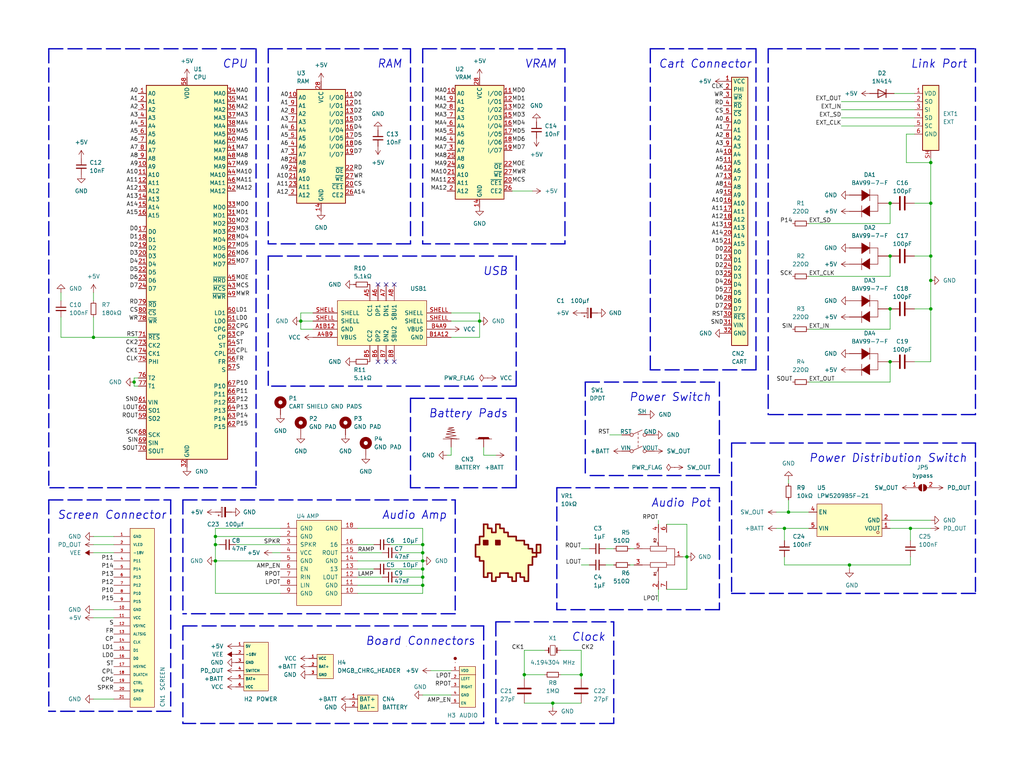
<source format=kicad_sch>
(kicad_sch (version 20211123) (generator eeschema)
  (paper "User" 319.989 240.005)
  (title_block (title "Super DMG CPU") (date "2022-12-03") (rev "1.8") (company "kmc"))
  (lib_symbols
    (symbol "Device:C" (pin_numbers hide) (pin_names (offset 0.254))
      (property "Reference" "C" (at 0.635 2.54 0))
      (property "Value" "C" (at 0.635 -2.54 0))
      (symbol "C_1_1"
        (pin passive line (at 0 3.81 270) (length 2.794) (name "~") (number "1"))
        (pin passive line (at 0 -3.81 90) (length 2.794) (name "~") (number "2"))
      )
    )
    (symbol "Device:C_Polarized_Small" (pin_numbers hide) (pin_names (offset 0.254) hide)
      (property "Reference" "C" (at 0.254 1.778 0))
      (property "Value" "C_Polarized_Small" (at 0.254 -2.032 0))
      (symbol "C_Polarized_Small_1_1"
        (pin passive line (at 0 2.54 270) (length 1.8542) (name "~") (number "1"))
        (pin passive line (at 0 -2.54 90) (length 1.8542) (name "~") (number "2"))
      )
    )
    (symbol "Device:C_Small" (pin_numbers hide) (pin_names (offset 0.254) hide)
      (property "Reference" "C" (at 0.254 1.778 0))
      (property "Value" "C_Small" (at 0.254 -2.032 0))
      (symbol "C_Small_1_1"
        (pin passive line (at 0 2.54 270) (length 2.032) (name "~") (number "1"))
        (pin passive line (at 0 -2.54 90) (length 2.032) (name "~") (number "2"))
      )
    )
    (symbol "Device:Crystal_Small" (pin_numbers hide) (pin_names (offset 1.016) hide)
      (property "Reference" "Y" (at 0 2.54 0))
      (property "Value" "Crystal_Small" (at 0 -2.54 0))
      (symbol "Crystal_Small_1_1"
        (pin passive line (at -2.54 0 0) (length 1.27) (name "1") (number "1"))
        (pin passive line (at 2.54 0 180) (length 1.27) (name "2") (number "2"))
      )
    )
    (symbol "Device:R_Small" (pin_numbers hide) (pin_names (offset 0.254) hide)
      (property "Reference" "R" (at 0.762 0.508 0))
      (property "Value" "R_Small" (at 0.762 -1.016 0))
      (symbol "R_Small_1_1"
        (pin passive line (at 0 2.54 270) (length 0.762) (name "~") (number "1"))
        (pin passive line (at 0 -2.54 90) (length 0.762) (name "~") (number "2"))
      )
    )
    (symbol "Diode:1N4148W" (pin_numbers hide) (pin_names (offset 1.016) hide)
      (property "Reference" "D" (at 0 2.54 0))
      (property "Value" "1N4148W" (at 0 -2.54 0))
      (symbol "1N4148W_1_1"
        (pin passive line (at -3.81 0 0) (length 2.54) (name "K") (number "1"))
        (pin passive line (at 3.81 0 180) (length 2.54) (name "A") (number "2"))
      )
    )
    (symbol "Gekkio_CPU_Nintendo:GameBoy_CPU_DMG"
      (property "Reference" "U" (at -12.7 59.69 0))
      (property "Value" "GameBoy_CPU_DMG" (at 1.27 59.69 0))
      (symbol "GameBoy_CPU_DMG_1_1"
        (pin bidirectional line (at -15.24 55.88 0) (length 2.54) (name "A0") (number "1"))
        (pin bidirectional line (at -15.24 33.02 0) (length 2.54) (name "A9") (number "10"))
        (pin bidirectional line (at -15.24 30.48 0) (length 2.54) (name "A10") (number "11"))
        (pin bidirectional line (at -15.24 27.94 0) (length 2.54) (name "A11") (number "12"))
        (pin bidirectional line (at -15.24 25.4 0) (length 2.54) (name "A12") (number "13"))
        (pin bidirectional line (at -15.24 22.86 0) (length 2.54) (name "A13") (number "14"))
        (pin bidirectional line (at -15.24 20.32 0) (length 2.54) (name "A14") (number "15"))
        (pin bidirectional line (at -15.24 17.78 0) (length 2.54) (name "A15") (number "16"))
        (pin bidirectional line (at -15.24 12.7 0) (length 2.54) (name "D0") (number "17"))
        (pin bidirectional line (at -15.24 10.16 0) (length 2.54) (name "D1") (number "18"))
        (pin bidirectional line (at -15.24 7.62 0) (length 2.54) (name "D2") (number "19"))
        (pin bidirectional line (at -15.24 53.34 0) (length 2.54) (name "A1") (number "2"))
        (pin bidirectional line (at -15.24 5.08 0) (length 2.54) (name "D3") (number "20"))
        (pin bidirectional line (at -15.24 2.54 0) (length 2.54) (name "D4") (number "21"))
        (pin bidirectional line (at -15.24 0 0) (length 2.54) (name "D5") (number "22"))
        (pin bidirectional line (at -15.24 -2.54 0) (length 2.54) (name "D6") (number "23"))
        (pin bidirectional line (at -15.24 -5.08 0) (length 2.54) (name "D7") (number "24"))
        (pin bidirectional line (at 15.24 2.54 180) (length 2.54) (name "MD7") (number "25"))
        (pin bidirectional line (at 15.24 5.08 180) (length 2.54) (name "MD6") (number "26"))
        (pin bidirectional line (at 15.24 7.62 180) (length 2.54) (name "MD5") (number "27"))
        (pin bidirectional line (at 15.24 10.16 180) (length 2.54) (name "MD4") (number "28"))
        (pin bidirectional line (at 15.24 12.7 180) (length 2.54) (name "MD3") (number "29"))
        (pin bidirectional line (at -15.24 50.8 0) (length 2.54) (name "A2") (number "3"))
        (pin bidirectional line (at 15.24 15.24 180) (length 2.54) (name "MD2") (number "30"))
        (pin bidirectional line (at 15.24 17.78 180) (length 2.54) (name "MD1") (number "31"))
        (pin power_in line (at 0 -60.96 90) (length 2.54) (name "GND") (number "32"))
        (pin bidirectional line (at 15.24 20.32 180) (length 2.54) (name "MD0") (number "33"))
        (pin output line (at 15.24 55.88 180) (length 2.54) (name "MA0") (number "34"))
        (pin output line (at 15.24 53.34 180) (length 2.54) (name "MA1") (number "35"))
        (pin output line (at 15.24 50.8 180) (length 2.54) (name "MA2") (number "36"))
        (pin output line (at 15.24 48.26 180) (length 2.54) (name "MA3") (number "37"))
        (pin output line (at 15.24 45.72 180) (length 2.54) (name "MA4") (number "38"))
        (pin output line (at 15.24 43.18 180) (length 2.54) (name "MA5") (number "39"))
        (pin bidirectional line (at -15.24 48.26 0) (length 2.54) (name "A3") (number "4"))
        (pin output line (at 15.24 40.64 180) (length 2.54) (name "MA6") (number "40"))
        (pin output line (at 15.24 38.1 180) (length 2.54) (name "MA7") (number "41"))
        (pin output line (at 15.24 25.4 180) (length 2.54) (name "MA12") (number "42"))
        (pin bidirectional line (at 15.24 -5.08 180) (length 2.54) (name "~{MCS}") (number "43"))
        (pin output line (at 15.24 30.48 180) (length 2.54) (name "MA10") (number "44"))
        (pin bidirectional line (at 15.24 -2.54 180) (length 2.54) (name "~{MRD}") (number "45"))
        (pin output line (at 15.24 27.94 180) (length 2.54) (name "MA11") (number "46"))
        (pin output line (at 15.24 33.02 180) (length 2.54) (name "MA9") (number "47"))
        (pin output line (at 15.24 35.56 180) (length 2.54) (name "MA8") (number "48"))
        (pin bidirectional line (at 15.24 -7.62 180) (length 2.54) (name "~{MWR}") (number "49"))
        (pin bidirectional line (at -15.24 45.72 0) (length 2.54) (name "A4") (number "5"))
        (pin output line (at 15.24 -12.7 180) (length 2.54) (name "LD1") (number "50"))
        (pin output line (at 15.24 -15.24 180) (length 2.54) (name "LD0") (number "51"))
        (pin output line (at 15.24 -17.78 180) (length 2.54) (name "CPG") (number "52"))
        (pin output line (at 15.24 -20.32 180) (length 2.54) (name "CP") (number "53"))
        (pin output line (at 15.24 -22.86 180) (length 2.54) (name "ST") (number "54"))
        (pin output line (at 15.24 -25.4 180) (length 2.54) (name "CPL") (number "55"))
        (pin output line (at 15.24 -27.94 180) (length 2.54) (name "FR") (number "56"))
        (pin output line (at 15.24 -30.48 180) (length 2.54) (name "S") (number "57"))
        (pin power_in line (at 0 60.96 270) (length 2.54) (name "VDD") (number "58"))
        (pin output line (at -15.24 -45.72 0) (length 2.54) (name "SO2") (number "59"))
        (pin bidirectional line (at -15.24 43.18 0) (length 2.54) (name "A5") (number "6"))
        (pin output line (at -15.24 -43.18 0) (length 2.54) (name "SO1") (number "60"))
        (pin input line (at -15.24 -40.64 0) (length 2.54) (name "VIN") (number "61"))
        (pin output line (at 15.24 -48.26 180) (length 2.54) (name "P15") (number "62"))
        (pin output line (at 15.24 -45.72 180) (length 2.54) (name "P14") (number "63"))
        (pin bidirectional line (at 15.24 -43.18 180) (length 2.54) (name "P13") (number "64"))
        (pin bidirectional line (at 15.24 -40.64 180) (length 2.54) (name "P12") (number "65"))
        (pin bidirectional line (at 15.24 -38.1 180) (length 2.54) (name "P11") (number "66"))
        (pin bidirectional line (at 15.24 -35.56 180) (length 2.54) (name "P10") (number "67"))
        (pin bidirectional line (at -15.24 -50.8 0) (length 2.54) (name "SCK") (number "68"))
        (pin bidirectional line (at -15.24 -53.34 0) (length 2.54) (name "SIN") (number "69"))
        (pin bidirectional line (at -15.24 40.64 0) (length 2.54) (name "A6") (number "7"))
        (pin output line (at -15.24 -55.88 0) (length 2.54) (name "SOUT") (number "70"))
        (pin input line (at -15.24 -20.32 0) (length 2.54) (name "~{RES}") (number "71"))
        (pin passive line (at 0 -60.96 90) (length 2.54) hide (name "GND") (number "72"))
        (pin passive line (at -15.24 -22.86 0) (length 2.54) (name "CK2") (number "73"))
        (pin input line (at -15.24 -25.4 0) (length 2.54) (name "CK1") (number "74"))
        (pin output line (at -15.24 -27.94 0) (length 2.54) (name "PHI") (number "75"))
        (pin input line (at -15.24 -33.02 0) (length 2.54) (name "T2") (number "76"))
        (pin input line (at -15.24 -35.56 0) (length 2.54) (name "T1") (number "77"))
        (pin bidirectional line (at -15.24 -15.24 0) (length 2.54) (name "~{WR}") (number "78"))
        (pin bidirectional line (at -15.24 -10.16 0) (length 2.54) (name "~{RD}") (number "79"))
        (pin bidirectional line (at -15.24 38.1 0) (length 2.54) (name "A7") (number "8"))
        (pin output line (at -15.24 -12.7 0) (length 2.54) (name "~{CS}") (number "80"))
        (pin bidirectional line (at -15.24 35.56 0) (length 2.54) (name "A8") (number "9"))
      )
    )
    (symbol "Gekkio_Connector_Specialized:GameBoy_Cartridge"
      (property "Reference" "J" (at 0 43.18 0))
      (property "Value" "GameBoy_Cartridge" (at 0 -43.18 0))
      (symbol "GameBoy_Cartridge_1_1"
        (pin passive line (at -5.08 40.64 0) (length 2.54) (name "VCC") (number "1"))
        (pin passive line (at -5.08 17.78 0) (length 2.54) (name "A4") (number "10"))
        (pin passive line (at -5.08 15.24 0) (length 2.54) (name "A5") (number "11"))
        (pin passive line (at -5.08 12.7 0) (length 2.54) (name "A6") (number "12"))
        (pin passive line (at -5.08 10.16 0) (length 2.54) (name "A7") (number "13"))
        (pin passive line (at -5.08 7.62 0) (length 2.54) (name "A8") (number "14"))
        (pin passive line (at -5.08 5.08 0) (length 2.54) (name "A9") (number "15"))
        (pin passive line (at -5.08 2.54 0) (length 2.54) (name "A10") (number "16"))
        (pin passive line (at -5.08 0 0) (length 2.54) (name "A11") (number "17"))
        (pin passive line (at -5.08 -2.54 0) (length 2.54) (name "A12") (number "18"))
        (pin passive line (at -5.08 -5.08 0) (length 2.54) (name "A13") (number "19"))
        (pin passive line (at -5.08 38.1 0) (length 2.54) (name "PHI") (number "2"))
        (pin passive line (at -5.08 -7.62 0) (length 2.54) (name "A14") (number "20"))
        (pin passive line (at -5.08 -10.16 0) (length 2.54) (name "A15") (number "21"))
        (pin passive line (at -5.08 -12.7 0) (length 2.54) (name "D0") (number "22"))
        (pin passive line (at -5.08 -15.24 0) (length 2.54) (name "D1") (number "23"))
        (pin passive line (at -5.08 -17.78 0) (length 2.54) (name "D2") (number "24"))
        (pin passive line (at -5.08 -20.32 0) (length 2.54) (name "D3") (number "25"))
        (pin passive line (at -5.08 -22.86 0) (length 2.54) (name "D4") (number "26"))
        (pin passive line (at -5.08 -25.4 0) (length 2.54) (name "D5") (number "27"))
        (pin passive line (at -5.08 -27.94 0) (length 2.54) (name "D6") (number "28"))
        (pin passive line (at -5.08 -30.48 0) (length 2.54) (name "D7") (number "29"))
        (pin passive line (at -5.08 35.56 0) (length 2.54) (name "~{WR}") (number "3"))
        (pin passive line (at -5.08 -33.02 0) (length 2.54) (name "~{RES}") (number "30"))
        (pin passive line (at -5.08 -35.56 0) (length 2.54) (name "VIN") (number "31"))
        (pin passive line (at -5.08 -38.1 0) (length 2.54) (name "GND") (number "32"))
        (pin passive line (at -5.08 33.02 0) (length 2.54) (name "~{RD}") (number "4"))
        (pin passive line (at -5.08 30.48 0) (length 2.54) (name "~{CS}") (number "5"))
        (pin passive line (at -5.08 27.94 0) (length 2.54) (name "A0") (number "6"))
        (pin passive line (at -5.08 25.4 0) (length 2.54) (name "A1") (number "7"))
        (pin passive line (at -5.08 22.86 0) (length 2.54) (name "A2") (number "8"))
        (pin passive line (at -5.08 20.32 0) (length 2.54) (name "A3") (number "9"))
      )
    )
    (symbol "Gekkio_Connector_Specialized:GameBoy_LinkPort"
      (property "Reference" "J" (at 0 13.97 0))
      (property "Value" "GameBoy_LinkPort" (at 0 11.43 0))
      (symbol "GameBoy_LinkPort_1_1"
        (pin passive line (at -5.08 7.62 0) (length 2.54) (name "VDD") (number "1"))
        (pin passive line (at -5.08 5.08 0) (length 2.54) (name "SO") (number "2"))
        (pin passive line (at -5.08 2.54 0) (length 2.54) (name "SI") (number "3"))
        (pin passive line (at -5.08 0 0) (length 2.54) (name "SD") (number "4"))
        (pin passive line (at -5.08 -2.54 0) (length 2.54) (name "SC") (number "5"))
        (pin passive line (at -5.08 -5.08 0) (length 2.54) (name "GND") (number "6"))
        (pin passive line (at 0 -12.7 90) (length 2.54) (name "~") (number "SH"))
      )
    )
    (symbol "Gekkio_Memory_RAM:GameBoy_SRAM_64K"
      (property "Reference" "U" (at -2.54 19.05 0))
      (property "Value" "GameBoy_SRAM_64K" (at 2.54 19.05 0))
      (symbol "GameBoy_SRAM_64K_1_1"
        (pin no_connect line (at 7.62 -5.08 180) (length 2.54) hide (name "NC") (number "1"))
        (pin input line (at -10.16 15.24 0) (length 2.54) (name "A0") (number "10"))
        (pin bidirectional line (at 10.16 15.24 180) (length 2.54) (name "I/O0") (number "11"))
        (pin bidirectional line (at 10.16 12.7 180) (length 2.54) (name "I/O1") (number "12"))
        (pin bidirectional line (at 10.16 10.16 180) (length 2.54) (name "I/O2") (number "13"))
        (pin power_in line (at 0 -20.32 90) (length 2.54) (name "GND") (number "14"))
        (pin bidirectional line (at 10.16 7.62 180) (length 2.54) (name "I/O3") (number "15"))
        (pin bidirectional line (at 10.16 5.08 180) (length 2.54) (name "I/O4") (number "16"))
        (pin bidirectional line (at 10.16 2.54 180) (length 2.54) (name "I/O5") (number "17"))
        (pin bidirectional line (at 10.16 0 180) (length 2.54) (name "I/O6") (number "18"))
        (pin bidirectional line (at 10.16 -2.54 180) (length 2.54) (name "I/O7") (number "19"))
        (pin input line (at -10.16 -15.24 0) (length 2.54) (name "A12") (number "2"))
        (pin input line (at 10.16 -12.7 180) (length 2.54) (name "~{CE1}") (number "20"))
        (pin input line (at -10.16 -10.16 0) (length 2.54) (name "A10") (number "21"))
        (pin input line (at 10.16 -7.62 180) (length 2.54) (name "~{OE}") (number "22"))
        (pin input line (at -10.16 -12.7 0) (length 2.54) (name "A11") (number "23"))
        (pin input line (at -10.16 -7.62 0) (length 2.54) (name "A9") (number "24"))
        (pin input line (at -10.16 -5.08 0) (length 2.54) (name "A8") (number "25"))
        (pin input line (at 10.16 -15.24 180) (length 2.54) (name "CE2") (number "26"))
        (pin input line (at 10.16 -10.16 180) (length 2.54) (name "~{WE}") (number "27"))
        (pin power_in line (at 0 20.32 270) (length 2.54) (name "VCC") (number "28"))
        (pin input line (at -10.16 -2.54 0) (length 2.54) (name "A7") (number "3"))
        (pin input line (at -10.16 0 0) (length 2.54) (name "A6") (number "4"))
        (pin input line (at -10.16 2.54 0) (length 2.54) (name "A5") (number "5"))
        (pin input line (at -10.16 5.08 0) (length 2.54) (name "A4") (number "6"))
        (pin input line (at -10.16 7.62 0) (length 2.54) (name "A3") (number "7"))
        (pin input line (at -10.16 10.16 0) (length 2.54) (name "A2") (number "8"))
        (pin input line (at -10.16 12.7 0) (length 2.54) (name "A1") (number "9"))
      )
    )
    (symbol "Jumper:SolderJumper_2_Open" (pin_names (offset 0) hide)
      (property "Reference" "JP" (at 0 2.032 0))
      (property "Value" "SolderJumper_2_Open" (at 0 -2.54 0))
      (symbol "SolderJumper_2_Open_1_1"
        (pin passive line (at -3.81 0 0) (length 2.54) (name "A") (number "1"))
        (pin passive line (at 3.81 0 180) (length 2.54) (name "B") (number "2"))
      )
    )
    (symbol "Mechanical:MountingHole_Pad" (pin_numbers hide) (pin_names (offset 1.016) hide)
      (property "Reference" "H" (at 0 6.35 0))
      (property "Value" "MountingHole_Pad" (at 0 4.445 0))
      (symbol "MountingHole_Pad_1_1"
        (pin input line (at 0 -2.54 90) (length 2.54) (name "1") (number "1"))
      )
    )
    (symbol "easyeda2kicad:LPW5209B5F-21"
      (property "Reference" "U" (at 0 7.62 0))
      (property "Value" "LPW5209B5F-21" (at 0 -7.62 0))
      (symbol "LPW5209B5F-21_0_1"
        (pin power_out line (at -12.7 2.54 0) (length 2.54) (name "VOUT") (number "1"))
        (pin power_in line (at -12.7 0 0) (length 2.54) (name "GND") (number "2"))
        (pin no_connect line (at -12.7 -2.54 0) (length 2.54) hide (name "ISET/NC") (number "3"))
        (pin input line (at 12.7 -2.54 180) (length 2.54) (name "EN") (number "4"))
        (pin power_in line (at 12.7 2.54 180) (length 2.54) (name "VIN") (number "5"))
      )
    )
    (symbol "kmc_lib:BAV99-7-F" (pin_numbers hide) (pin_names (offset 1.016) hide)
      (property "Reference" "D" (at 0 6.858 0))
      (property "Value" "BAV99-7-F" (at 0 11.938 0))
      (symbol "BAV99-7-F_1_1"
        (pin input line (at 6.35 -2.54 180) (length 3.81) (name "A") (number "1"))
        (pin input line (at 6.35 2.54 180) (length 3.81) (name "K") (number "2"))
        (pin input line (at -6.35 0 0) (length 3.81) (name "K") (number "3"))
      )
    )
    (symbol "kmc_lib:DMGB_AUDIO_HEADER" (in_bom no)
      (property "Reference" "H" (at 7.62 3.81 0))
      (property "Value" "DMGB_AUDIO_HEADER" (at 10.16 1.27 0))
      (symbol "DMGB_AUDIO_HEADER_1_1"
        (pin power_in line (at 3.81 -3.81 0) (length 2.4892) (name "VDD") (number "1"))
        (pin input line (at 3.81 -6.35 0) (length 2.4892) (name "LEFT") (number "2"))
        (pin input line (at 3.81 -8.89 0) (length 2.4892) (name "RIGHT") (number "3"))
        (pin power_in line (at 3.81 -11.43 0) (length 2.4892) (name "GND") (number "4"))
        (pin output line (at 3.81 -13.97 0) (length 2.4892) (name "EN") (number "5"))
      )
    )
    (symbol "kmc_lib:DMGB_BATTERY_HEADER"
      (property "Reference" "H" (at 0 6.35 0))
      (property "Value" "DMGB_BATTERY_HEADER" (at 0 3.81 0))
      (symbol "DMGB_BATTERY_HEADER_1_1"
        (pin passive line (at 0 0 0) (length 2.54) (name "BAT+") (number "1"))
        (pin passive line (at 0 -2.54 0) (length 2.54) (name "BAT-") (number "2"))
      )
    )
    (symbol "kmc_lib:DMGB_CHRG_HEADER" (in_bom no)
      (property "Reference" "H" (at 0 0 0))
      (property "Value" "DMGB_CHRG_HEADER" (at 0 0 0))
      (symbol "DMGB_CHRG_HEADER_1_1"
        (pin power_in line (at -2.54 -3.81 0) (length 2.4892) (name "VCC") (number "1"))
        (pin power_in line (at -2.54 -6.35 0) (length 2.4892) (name "BAT+") (number "2"))
        (pin power_in line (at -2.54 -8.89 0) (length 2.4892) (name "GND") (number "3"))
      )
    )
    (symbol "kmc_lib:DMGB_POWER_HEADER" (in_bom no)
      (property "Reference" "H" (at 7.62 8.89 0))
      (property "Value" "DMGB_POWER_HEADER" (at 10.16 6.35 0))
      (symbol "DMGB_POWER_HEADER_1_1"
        (pin power_out line (at 0 -1.27 0) (length 2.4892) (name "5V") (number "1"))
        (pin power_out line (at 0 -3.81 0) (length 2.4892) (name "-18V") (number "2"))
        (pin power_in line (at 0 -6.35 0) (length 2.4892) (name "GND") (number "3"))
        (pin power_in line (at 0 -8.89 0) (length 2.4892) (name "SWITCH") (number "4"))
        (pin power_in line (at 0 -11.43 0) (length 2.4892) (name "BAT+") (number "5"))
        (pin power_in line (at 0 -13.97 0) (length 2.4892) (name "VCC") (number "6"))
      )
    )
    (symbol "kmc_lib:DMGB_SW" (pin_numbers hide) (pin_names (offset 0))
      (property "Reference" "SW" (at 0 5.08 0))
      (property "Value" "DMGB_SW" (at 0 -5.08 0))
      (symbol "DMGB_SW_1_1"
        (pin passive line (at 5.08 -2.54 180) (length 2.54) (name "VOUT") (number "1"))
        (pin passive line (at -5.08 -2.54 0) (length 2.54) (name "VIN") (number "2"))
        (pin passive line (at -5.08 2.54 0) (length 2.54) (name "RST") (number "5"))
        (pin passive line (at 5.08 2.54 180) (length 2.54) (name "GND") (number "6"))
        (pin passive line (at 2.54 8.89 180) (length 2.54) (name "SH") (number "7"))
      )
    )
    (symbol "kmc_lib:DMG_AMP_IR3R40" (pin_names (offset 1.016))
      (property "Reference" "U" (at -6.35 15.24 0))
      (property "Value" "DMG_AMP_IR3R40" (at 1.27 -16.51 0))
      (symbol "DMG_AMP_IR3R40_1_1"
        (pin power_in line (at -11.43 10.16 0) (length 5.08) (name "GND") (number "1"))
        (pin power_in line (at 12.7 -10.16 180) (length 5.08) (name "GND") (number "10"))
        (pin power_in line (at 12.7 -7.62 180) (length 5.08) (name "GND") (number "11"))
        (pin output line (at 12.7 -5.08 180) (length 5.08) (name "LOUT") (number "12"))
        (pin passive line (at 12.7 -2.54 180) (length 5.08) (name "13") (number "13"))
        (pin power_in line (at 12.7 0 180) (length 5.08) (name "GND") (number "14"))
        (pin output line (at 12.7 2.54 180) (length 5.08) (name "ROUT") (number "15"))
        (pin passive line (at 12.7 5.08 180) (length 5.08) (name "16") (number "16"))
        (pin no_connect line (at 12.7 7.62 180) (length 5.08) hide (name "NC") (number "17"))
        (pin power_in line (at 12.7 10.16 180) (length 5.08) (name "GND") (number "18"))
        (pin power_in line (at -11.43 7.62 0) (length 5.08) (name "GND") (number "2"))
        (pin output line (at -11.43 5.08 0) (length 5.08) (name "SPKR") (number "3"))
        (pin power_in line (at -11.43 2.54 0) (length 5.08) (name "VCC") (number "4"))
        (pin power_in line (at -11.43 0 0) (length 5.08) (name "GND") (number "5"))
        (pin input line (at -11.43 -2.54 0) (length 5.08) (name "EN") (number "6"))
        (pin input line (at -11.43 -5.08 0) (length 5.08) (name "RIN") (number "7"))
        (pin input line (at -11.43 -7.62 0) (length 5.08) (name "LIN") (number "8"))
        (pin power_in line (at -11.43 -10.16 0) (length 5.08) (name "GND") (number "9"))
      )
    )
    (symbol "kmc_lib:DMG_BATTERY_PADS" (pin_numbers hide) (pin_names (offset 1.016) hide) (in_bom no)
      (property "Reference" "H" (at 0 8.636 0))
      (property "Value" "DMG_BATTERY_PADS" (at 0 13.716 0))
      (symbol "DMG_BATTERY_PADS_1_1"
        (pin power_out line (at 5.08 0 90) (length 2.4892) (name "+") (number "1"))
        (pin power_out line (at -5.08 0 90) (length 2.4892) (name "-") (number "2"))
      )
    )
    (symbol "kmc_lib:PD_OUT" (power) (in_bom no) (on_board no)
      (property "Value" "PD_OUT" (at 0 3.81 0))
      (symbol "PD_OUT_1_1"
        (pin power_in line (at 0 0 90) (length 0) hide (name "PD_OUT") (number "1"))
      )
    )
    (symbol "kmc_lib:RK10J12E002L" (pin_names (offset 1.016) hide)
      (property "Reference" "R" (at 0 10.541 0))
      (property "Value" "RK10J12E002L" (at 0 15.621 0))
      (symbol "RK10J12E002L_1_1"
        (text "R1" (at -6.096 1.016 0) (effects (font (size 0.7366 0.7366)) (justify left)))
        (text "R2" (at 4.318 1.016 0) (effects (font (size 0.7366 0.7366)) (justify left)))
        (pin passive line (at 0 -7.62 90) (length 2.54) (name "1") (number "1"))
        (pin passive line (at -10.16 0 0) (length 2.54) (name "2") (number "2"))
        (pin passive line (at -2.54 7.62 270) (length 2.54) (name "3") (number "3"))
        (pin passive line (at 10.16 0 180) (length 2.54) (name "4") (number "4"))
        (pin passive line (at 2.54 7.62 270) (length 2.54) (name "5") (number "5"))
        (pin passive line (at 10.16 -2.54 180) (length 2.54) (name "EH") (number "6"))
        (pin passive line (at -10.16 -2.54 0) (length 2.54) (name "EH") (number "7"))
      )
    )
    (symbol "kmc_lib:ROLF_DMG_SCREEN_CONN" (pin_names (offset 1.016))
      (property "Reference" "P" (at 0 33.02 0))
      (property "Value" "ROLF_DMG_SCREEN_CONN" (at 6.35 -33.02 0))
      (symbol "ROLF_DMG_SCREEN_CONN_1_1"
        (pin passive line (at 12.7 -25.4 180) (length 4.9784) (name "GND") (number "1"))
        (pin passive line (at 12.7 -2.54 180) (length 4.9784) (name "GND") (number "10"))
        (pin passive line (at 12.7 0 180) (length 4.9784) (name "VCC") (number "11"))
        (pin passive line (at 12.7 2.54 180) (length 4.9784) (name "VSYNC") (number "12"))
        (pin passive line (at 12.7 5.08 180) (length 4.9784) (name "ALTSIG") (number "13"))
        (pin passive line (at 12.7 7.62 180) (length 4.9784) (name "CLK") (number "14"))
        (pin passive line (at 12.7 10.16 180) (length 4.9784) (name "D1") (number "15"))
        (pin passive line (at 12.7 12.7 180) (length 4.9784) (name "D0") (number "16"))
        (pin passive line (at 12.7 15.24 180) (length 4.9784) (name "HSYNC") (number "17"))
        (pin passive line (at 12.7 17.78 180) (length 4.9784) (name "DLATCH") (number "18"))
        (pin passive line (at 12.7 20.32 180) (length 4.9784) (name "CTRL") (number "19"))
        (pin passive line (at 12.7 -22.86 180) (length 4.9784) (name "VLED") (number "2"))
        (pin passive line (at 12.7 22.86 180) (length 4.9784) (name "SPKR") (number "20"))
        (pin passive line (at 12.7 25.4 180) (length 4.9784) (name "GND") (number "21"))
        (pin passive line (at 12.7 -20.32 180) (length 4.9784) (name "-18V") (number "3"))
        (pin passive line (at 12.7 -17.78 180) (length 4.9784) (name "P11") (number "4"))
        (pin passive line (at 12.7 -15.24 180) (length 4.9784) (name "P14") (number "5"))
        (pin passive line (at 12.7 -12.7 180) (length 4.9784) (name "P13") (number "6"))
        (pin passive line (at 12.7 -10.16 180) (length 4.9784) (name "P12") (number "7"))
        (pin passive line (at 12.7 -7.62 180) (length 4.9784) (name "P10") (number "8"))
        (pin passive line (at 12.7 -5.08 180) (length 4.9784) (name "P15") (number "9"))
      )
    )
    (symbol "kmc_lib:SW_OUT" (power) (in_bom no) (on_board no)
      (property "Value" "SW_OUT" (at 0 3.81 0))
      (symbol "SW_OUT_1_1"
        (pin power_in line (at 0 0 90) (length 0) hide (name "SW_OUT") (number "1"))
      )
    )
    (symbol "kmc_lib:USB_TYPE_C" (pin_names (offset 1.016))
      (property "Reference" "USB" (at -8.89 19.05 0))
      (property "Value" "USB_TYPE_C" (at -12.7 13.97 0))
      (symbol "USB_TYPE_C_1_1"
        (pin passive line (at -20.32 -2.54 0) (length 7.62) (name "GND") (number "A1B12"))
        (pin passive line (at -20.32 -5.08 0) (length 7.62) (name "VBUS") (number "A4B9"))
        (pin bidirectional line (at -2.54 11.43 270) (length 5.08) (name "CC1") (number "A5"))
        (pin bidirectional line (at 0 11.43 270) (length 5.08) (name "DP1") (number "A6"))
        (pin bidirectional line (at 2.54 11.43 270) (length 5.08) (name "DN1") (number "A7"))
        (pin bidirectional line (at 5.08 11.43 270) (length 5.08) (name "SBU1") (number "A8"))
        (pin passive line (at 22.86 -5.08 180) (length 7.62) (name "GND") (number "B1A12"))
        (pin passive line (at 22.86 -2.54 180) (length 7.62) (name "VBUS") (number "B4A9"))
        (pin bidirectional line (at -2.54 -12.7 90) (length 5.08) (name "CC2") (number "B5"))
        (pin bidirectional line (at 0 -12.7 90) (length 5.08) (name "DP2") (number "B6"))
        (pin bidirectional line (at 2.54 -12.7 90) (length 5.08) (name "DN2") (number "B7"))
        (pin bidirectional line (at 5.08 -12.7 90) (length 5.08) (name "SBU2") (number "B8"))
        (pin passive line (at -20.32 0 0) (length 7.62) (name "SHELL") (number "SHELL"))
        (pin passive line (at -20.32 2.54 0) (length 7.62) (name "SHELL") (number "SHELL"))
        (pin passive line (at 22.86 0 180) (length 7.62) (name "SHELL") (number "SHELL"))
        (pin passive line (at 22.86 2.54 180) (length 7.62) (name "SHELL") (number "SHELL"))
      )
    )
    (symbol "kmc_lib:kmc" (in_bom no)
      (property "Reference" "G" (at -3.81 2.54 0))
      (property "Value" "kmc" (at 0 2.54 0))
    )
    (symbol "power:+5V" (power) (pin_names (offset 0))
      (property "Value" "+5V" (at 0 3.556 0))
      (symbol "+5V_1_1"
        (pin power_in line (at 0 0 90) (length 0) hide (name "+5V") (number "1"))
      )
    )
    (symbol "power:+BATT" (power) (pin_names (offset 0))
      (property "Value" "+BATT" (at 0 3.556 0))
      (symbol "+BATT_1_1"
        (pin power_in line (at 0 0 90) (length 0) hide (name "+BATT") (number "1"))
      )
    )
    (symbol "power:GND" (power) (pin_names (offset 0))
      (property "Value" "GND" (at 0 -3.81 0))
      (symbol "GND_1_1"
        (pin power_in line (at 0 0 270) (length 0) hide (name "GND") (number "1"))
      )
    )
    (symbol "power:PWR_FLAG" (power) (pin_numbers hide) (pin_names (offset 0) hide)
      (property "Value" "PWR_FLAG" (at 0 3.81 0))
      (symbol "PWR_FLAG_0_0"
        (pin power_out line (at 0 0 90) (length 0) (name "pwr") (number "1"))
      )
    )
    (symbol "power:VCC" (power) (pin_names (offset 0))
      (property "Value" "VCC" (at 0 3.81 0))
      (symbol "VCC_1_1"
        (pin power_in line (at 0 0 90) (length 0) hide (name "VCC") (number "1"))
      )
    )
    (symbol "power:VEE" (power) (pin_names (offset 0))
      (property "Value" "VEE" (at 0 3.81 0))
      (symbol "VEE_1_1"
        (pin power_in line (at 0 0 90) (length 0) hide (name "VEE") (number "1"))
      )
    )
  )
  (junction (at 132.08 180.34))
  (junction (at 41.91 119.38))
  (junction (at 214.63 173.99))
  (junction (at 132.08 172.72))
  (junction (at 278.13 113.03))
  (junction (at 245.11 165.1))
  (junction (at 172.72 219.71))
  (junction (at 246.38 160.02))
  (junction (at 290.83 96.52))
  (junction (at 290.83 63.5))
  (junction (at 67.31 175.26))
  (junction (at 67.31 170.18))
  (junction (at 278.13 96.52))
  (junction (at 93.98 100.33))
  (junction (at 181.61 210.82))
  (junction (at 290.83 87.63))
  (junction (at 132.08 182.88))
  (junction (at 163.83 210.82))
  (junction (at 290.83 80.01))
  (junction (at 132.08 177.8))
  (junction (at 132.08 175.26))
  (junction (at 278.13 63.5))
  (junction (at 67.31 167.64))
  (junction (at 132.08 170.18))
  (junction (at 29.21 105.41))
  (junction (at 278.13 80.01))
  (junction (at 149.86 100.33))
  (junction (at 284.48 165.1))
  (junction (at 290.83 50.8))
  (junction (at 265.43 176.53))
  (no_connect (at 120.65 88.9))
  (no_connect (at 120.65 113.03))
  (no_connect (at 123.19 113.03))
  (no_connect (at 118.11 88.9))
  (no_connect (at 123.19 88.9))
  (no_connect (at 118.11 113.03))
  (polyline (pts (xy 132.08 15.24) (xy 132.08 76.2)) (stroke (width 0.4)))
  (wire (pts (xy 189.23 171.45) (xy 191.77 171.45)))
  (polyline (pts (xy 203.2 15.24) (xy 236.22 15.24)) (stroke (width 0.4)))
  (wire (pts (xy 163.83 203.2) (xy 163.83 210.82)))
  (wire (pts (xy 111.76 182.88) (xy 132.08 182.88)))
  (wire (pts (xy 189.23 176.53) (xy 191.77 176.53)))
  (wire (pts (xy 242.57 160.02) (xy 246.38 160.02)))
  (wire (pts (xy 181.61 203.2) (xy 181.61 210.82)))
  (wire (pts (xy 140.97 105.41) (xy 149.86 105.41)))
  (polyline (pts (xy 151.13 226.06) (xy 57.15 226.06)) (stroke (width 0.4)))
  (wire (pts (xy 163.83 219.71) (xy 172.72 219.71)))
  (wire (pts (xy 67.31 165.1) (xy 87.63 165.1)))
  (wire (pts (xy 242.57 165.1) (xy 245.11 165.1)))
  (polyline (pts (xy 304.8 185.42) (xy 228.6 185.42)) (stroke (width 0.4)))
  (wire (pts (xy 285.75 113.03) (xy 290.83 113.03)))
  (wire (pts (xy 41.91 120.65) (xy 41.91 119.38)))
  (wire (pts (xy 285.75 31.75) (xy 262.89 31.75)))
  (wire (pts (xy 73.66 170.18) (xy 87.63 170.18)))
  (wire (pts (xy 278.13 119.38) (xy 278.13 113.03)))
  (wire (pts (xy 265.43 176.53) (xy 284.48 176.53)))
  (wire (pts (xy 245.11 165.1) (xy 245.11 168.91)))
  (wire (pts (xy 290.83 50.8) (xy 290.83 63.5)))
  (wire (pts (xy 67.31 175.26) (xy 67.31 185.42)))
  (polyline (pts (xy 128.27 76.2) (xy 83.82 76.2)) (stroke (width 0.4)))
  (wire (pts (xy 67.31 170.18) (xy 67.31 175.26)))
  (wire (pts (xy 285.75 96.52) (xy 290.83 96.52)))
  (polyline (pts (xy 240.03 15.24) (xy 304.8 15.24)) (stroke (width 0.4)))
  (wire (pts (xy 252.73 102.87) (xy 278.13 102.87)))
  (wire (pts (xy 278.13 96.52) (xy 278.13 102.87)))
  (wire (pts (xy 132.08 182.88) (xy 132.08 185.42)))
  (polyline (pts (xy 224.79 148.59) (xy 182.88 148.59)) (stroke (width 0.4)))
  (wire (pts (xy 163.83 210.82) (xy 163.83 212.09)))
  (wire (pts (xy 67.31 165.1) (xy 67.31 167.64)))
  (wire (pts (xy 132.08 165.1) (xy 132.08 170.18)))
  (wire (pts (xy 29.21 99.06) (xy 29.21 105.41)))
  (wire (pts (xy 93.98 100.33) (xy 97.79 100.33)))
  (wire (pts (xy 214.63 173.99) (xy 214.63 184.15)))
  (wire (pts (xy 116.84 170.18) (xy 111.76 170.18)))
  (wire (pts (xy 245.11 165.1) (xy 252.73 165.1)))
  (wire (pts (xy 172.72 219.71) (xy 181.61 219.71)))
  (wire (pts (xy 29.21 172.72) (xy 35.56 172.72)))
  (wire (pts (xy 214.63 184.15) (xy 208.28 184.15)))
  (wire (pts (xy 151.13 142.24) (xy 154.94 142.24)))
  (polyline (pts (xy 132.08 15.24) (xy 176.53 15.24)) (stroke (width 0.4)))
  (wire (pts (xy 290.83 80.01) (xy 290.83 87.63)))
  (wire (pts (xy 284.48 165.1) (xy 284.48 168.91)))
  (wire (pts (xy 214.63 163.83) (xy 208.28 163.83)))
  (polyline (pts (xy 80.01 15.24) (xy 80.01 152.4)) (stroke (width 0.4)))
  (wire (pts (xy 132.08 180.34) (xy 132.08 182.88)))
  (polyline (pts (xy 53.34 156.21) (xy 53.34 222.25)) (stroke (width 0.4)))
  (wire (pts (xy 172.72 220.98) (xy 172.72 219.71)))
  (wire (pts (xy 265.43 177.8) (xy 265.43 176.53)))
  (wire (pts (xy 285.75 41.91) (xy 283.21 41.91)))
  (wire (pts (xy 111.76 180.34) (xy 119.38 180.34)))
  (wire (pts (xy 284.48 173.99) (xy 284.48 176.53)))
  (polyline (pts (xy 191.77 194.31) (xy 191.77 226.06)) (stroke (width 0.4)))
  (polyline (pts (xy 236.22 115.57) (xy 203.2 115.57)) (stroke (width 0.4)))
  (wire (pts (xy 121.92 177.8) (xy 132.08 177.8)))
  (wire (pts (xy 19.05 105.41) (xy 19.05 99.06)))
  (wire (pts (xy 124.46 172.72) (xy 132.08 172.72)))
  (wire (pts (xy 140.97 100.33) (xy 149.86 100.33)))
  (polyline (pts (xy 142.24 191.77) (xy 57.15 191.77)) (stroke (width 0.4)))
  (wire (pts (xy 41.91 118.11) (xy 41.91 119.38)))
  (polyline (pts (xy 83.82 15.24) (xy 128.27 15.24)) (stroke (width 0.4)))
  (wire (pts (xy 181.61 176.53) (xy 184.15 176.53)))
  (polyline (pts (xy 176.53 15.24) (xy 176.53 76.2)) (stroke (width 0.4)))
  (polyline (pts (xy 224.79 152.4) (xy 224.79 190.5)) (stroke (width 0.4)))
  (wire (pts (xy 29.21 167.64) (xy 35.56 167.64)))
  (polyline (pts (xy 182.88 119.38) (xy 182.88 148.59)) (stroke (width 0.4)))
  (wire (pts (xy 181.61 210.82) (xy 181.61 212.09)))
  (wire (pts (xy 246.38 160.02) (xy 252.73 160.02)))
  (polyline (pts (xy 57.15 156.21) (xy 57.15 191.77)) (stroke (width 0.4)))
  (wire (pts (xy 121.92 170.18) (xy 132.08 170.18)))
  (wire (pts (xy 111.76 185.42) (xy 132.08 185.42)))
  (wire (pts (xy 175.26 203.2) (xy 181.61 203.2)))
  (polyline (pts (xy 15.24 15.24) (xy 80.01 15.24)) (stroke (width 0.4)))
  (wire (pts (xy 67.31 167.64) (xy 67.31 170.18)))
  (wire (pts (xy 43.18 118.11) (xy 41.91 118.11)))
  (wire (pts (xy 246.38 151.13) (xy 246.38 149.86)))
  (wire (pts (xy 132.08 172.72) (xy 132.08 175.26)))
  (polyline (pts (xy 191.77 226.06) (xy 154.94 226.06)) (stroke (width 0.4)))
  (polyline (pts (xy 128.27 15.24) (xy 128.27 76.2)) (stroke (width 0.4)))
  (polyline (pts (xy 80.01 152.4) (xy 15.24 152.4)) (stroke (width 0.4)))
  (wire (pts (xy 278.13 63.5) (xy 278.13 69.85)))
  (wire (pts (xy 278.13 80.01) (xy 278.13 86.36)))
  (wire (pts (xy 283.21 41.91) (xy 283.21 50.8)))
  (polyline (pts (xy 128.27 124.46) (xy 161.29 124.46)) (stroke (width 0.4)))
  (wire (pts (xy 85.09 172.72) (xy 87.63 172.72)))
  (wire (pts (xy 149.86 97.79) (xy 149.86 100.33)))
  (wire (pts (xy 19.05 91.44) (xy 19.05 93.98)))
  (wire (pts (xy 67.31 170.18) (xy 68.58 170.18)))
  (wire (pts (xy 67.31 167.64) (xy 87.63 167.64)))
  (polyline (pts (xy 15.24 15.24) (xy 15.24 152.4)) (stroke (width 0.4)))
  (wire (pts (xy 246.38 156.21) (xy 246.38 160.02)))
  (wire (pts (xy 111.76 175.26) (xy 132.08 175.26)))
  (polyline (pts (xy 224.79 190.5) (xy 173.99 190.5)) (stroke (width 0.4)))
  (wire (pts (xy 181.61 171.45) (xy 184.15 171.45)))
  (wire (pts (xy 149.86 100.33) (xy 149.86 105.41)))
  (wire (pts (xy 190.5 135.89) (xy 194.31 135.89)))
  (polyline (pts (xy 176.53 76.2) (xy 132.08 76.2)) (stroke (width 0.4)))
  (wire (pts (xy 284.48 165.1) (xy 290.83 165.1)))
  (wire (pts (xy 175.26 210.82) (xy 181.61 210.82)))
  (wire (pts (xy 290.83 162.56) (xy 278.13 162.56)))
  (polyline (pts (xy 304.8 138.43) (xy 304.8 185.42)) (stroke (width 0.4)))
  (wire (pts (xy 262.89 34.29) (xy 285.75 34.29)))
  (polyline (pts (xy 161.29 120.65) (xy 83.82 120.65)) (stroke (width 0.4)))
  (polyline (pts (xy 128.27 124.46) (xy 128.27 152.4)) (stroke (width 0.4)))
  (wire (pts (xy 252.73 86.36) (xy 278.13 86.36)))
  (wire (pts (xy 205.74 162.56) (xy 205.74 163.83)))
  (wire (pts (xy 285.75 80.01) (xy 290.83 80.01)))
  (wire (pts (xy 205.74 187.96) (xy 205.74 184.15)))
  (polyline (pts (xy 228.6 138.43) (xy 228.6 185.42)) (stroke (width 0.4)))
  (wire (pts (xy 139.7 142.24) (xy 140.97 142.24)))
  (wire (pts (xy 283.21 50.8) (xy 290.83 50.8)))
  (wire (pts (xy 149.86 97.79) (xy 140.97 97.79)))
  (wire (pts (xy 97.79 102.87) (xy 93.98 102.87)))
  (polyline (pts (xy 142.24 156.21) (xy 142.24 191.77)) (stroke (width 0.4)))
  (wire (pts (xy 262.89 39.37) (xy 285.75 39.37)))
  (wire (pts (xy 67.31 185.42) (xy 87.63 185.42)))
  (polyline (pts (xy 224.79 119.38) (xy 224.79 148.59)) (stroke (width 0.4)))
  (wire (pts (xy 290.83 87.63) (xy 290.83 96.52)))
  (polyline (pts (xy 304.8 129.54) (xy 240.03 129.54)) (stroke (width 0.4)))
  (polyline (pts (xy 228.6 138.43) (xy 304.8 138.43)) (stroke (width 0.4)))
  (wire (pts (xy 290.83 113.03) (xy 290.83 96.52)))
  (polyline (pts (xy 15.24 156.21) (xy 15.24 222.25)) (stroke (width 0.4)))
  (wire (pts (xy 140.97 139.7) (xy 140.97 142.24)))
  (wire (pts (xy 151.13 139.7) (xy 151.13 142.24)))
  (polyline (pts (xy 151.13 195.58) (xy 151.13 226.06)) (stroke (width 0.4)))
  (polyline (pts (xy 236.22 15.24) (xy 236.22 115.57)) (stroke (width 0.4)))
  (wire (pts (xy 170.18 203.2) (xy 163.83 203.2)))
  (wire (pts (xy 29.21 193.04) (xy 35.56 193.04)))
  (polyline (pts (xy 154.94 194.31) (xy 191.77 194.31)) (stroke (width 0.4)))
  (wire (pts (xy 67.31 175.26) (xy 87.63 175.26)))
  (wire (pts (xy 43.18 120.65) (xy 41.91 120.65)))
  (wire (pts (xy 196.85 171.45) (xy 198.12 171.45)))
  (polyline (pts (xy 304.8 15.24) (xy 304.8 129.54)) (stroke (width 0.4)))
  (polyline (pts (xy 57.15 156.21) (xy 142.24 156.21)) (stroke (width 0.4)))
  (wire (pts (xy 132.08 170.18) (xy 132.08 172.72)))
  (wire (pts (xy 29.21 190.5) (xy 35.56 190.5)))
  (wire (pts (xy 214.63 163.83) (xy 214.63 173.99)))
  (wire (pts (xy 290.83 49.53) (xy 290.83 50.8)))
  (polyline (pts (xy 83.82 80.01) (xy 83.82 120.65)) (stroke (width 0.4)))
  (wire (pts (xy 132.08 175.26) (xy 132.08 177.8)))
  (wire (pts (xy 19.05 105.41) (xy 29.21 105.41)))
  (polyline (pts (xy 161.29 124.46) (xy 161.29 152.4)) (stroke (width 0.4)))
  (wire (pts (xy 29.21 218.44) (xy 35.56 218.44)))
  (wire (pts (xy 285.75 63.5) (xy 290.83 63.5)))
  (wire (pts (xy 245.11 173.99) (xy 245.11 176.53)))
  (polyline (pts (xy 203.2 15.24) (xy 203.2 115.57)) (stroke (width 0.4)))
  (wire (pts (xy 111.76 165.1) (xy 132.08 165.1)))
  (wire (pts (xy 163.83 210.82) (xy 170.18 210.82)))
  (wire (pts (xy 132.08 217.17) (xy 140.97 217.17)))
  (wire (pts (xy 124.46 180.34) (xy 132.08 180.34)))
  (polyline (pts (xy 173.99 152.4) (xy 173.99 190.5)) (stroke (width 0.4)))
  (wire (pts (xy 29.21 91.44) (xy 29.21 93.98)))
  (wire (pts (xy 29.21 170.18) (xy 35.56 170.18)))
  (wire (pts (xy 262.89 36.83) (xy 285.75 36.83)))
  (polyline (pts (xy 57.15 195.58) (xy 57.15 226.06)) (stroke (width 0.4)))
  (wire (pts (xy 252.73 69.85) (xy 278.13 69.85)))
  (wire (pts (xy 265.43 176.53) (xy 245.11 176.53)))
  (polyline (pts (xy 57.15 195.58) (xy 151.13 195.58)) (stroke (width 0.4)))
  (polyline (pts (xy 83.82 80.01) (xy 161.29 80.01)) (stroke (width 0.4)))
  (polyline (pts (xy 83.82 15.24) (xy 83.82 76.2)) (stroke (width 0.4)))
  (wire (pts (xy 252.73 119.38) (xy 278.13 119.38)))
  (wire (pts (xy 97.79 97.79) (xy 93.98 97.79)))
  (polyline (pts (xy 154.94 194.31) (xy 154.94 226.06)) (stroke (width 0.4)))
  (wire (pts (xy 134.62 209.55) (xy 140.97 209.55)))
  (polyline (pts (xy 53.34 222.25) (xy 15.24 222.25)) (stroke (width 0.4)))
  (wire (pts (xy 290.83 63.5) (xy 290.83 80.01)))
  (wire (pts (xy 111.76 172.72) (xy 119.38 172.72)))
  (polyline (pts (xy 240.03 15.24) (xy 240.03 129.54)) (stroke (width 0.4)))
  (polyline (pts (xy 15.24 156.21) (xy 53.34 156.21)) (stroke (width 0.4)))
  (wire (pts (xy 116.84 177.8) (xy 111.76 177.8)))
  (polyline (pts (xy 182.88 119.38) (xy 224.79 119.38)) (stroke (width 0.4)))
  (polyline (pts (xy 161.29 80.01) (xy 161.29 120.65)) (stroke (width 0.4)))
  (wire (pts (xy 213.36 173.99) (xy 214.63 173.99)))
  (wire (pts (xy 279.4 29.21) (xy 285.75 29.21)))
  (polyline (pts (xy 161.29 152.4) (xy 128.27 152.4)) (stroke (width 0.4)))
  (wire (pts (xy 278.13 165.1) (xy 284.48 165.1)))
  (wire (pts (xy 93.98 97.79) (xy 93.98 100.33)))
  (wire (pts (xy 196.85 176.53) (xy 198.12 176.53)))
  (wire (pts (xy 29.21 105.41) (xy 43.18 105.41)))
  (wire (pts (xy 132.08 177.8) (xy 132.08 180.34)))
  (polyline (pts (xy 173.99 152.4) (xy 224.79 152.4)) (stroke (width 0.4)))
  (wire (pts (xy 93.98 102.87) (xy 93.98 100.33)))
  (wire (pts (xy 166.37 59.69) (xy 160.02 59.69)))
  (text "USB\n" (at 158.75 86.36 180) (effects (font (size 2.54 2.54) (thickness 0.254) bold italic) (justify right bottom)))
  (text "VRAM" (at 173.99 21.59 180) (effects (font (size 2.54 2.54) (thickness 0.254) bold italic) (justify right bottom)))
  (text "Clock\n" (at 189.23 200.66 180) (effects (font (size 2.54 2.54) (thickness 0.254) bold italic) (justify right bottom)))
  (text "Board Connectors" (at 148.59 201.93 180) (effects (font (size 2.54 2.54) (thickness 0.254) bold italic) (justify right bottom)))
  (text "Power Switch" (at 222.25 125.73 180) (effects (font (size 2.54 2.54) (thickness 0.254) bold italic) (justify right bottom)))
  (text "Battery Pads" (at 158.75 130.81 180) (effects (font (size 2.54 2.54) (thickness 0.254) bold italic) (justify right bottom)))
  (text "Audio Amp" (at 139.7 162.56 180) (effects (font (size 2.54 2.54) (thickness 0.254) bold italic) (justify right bottom)))
  (text "Link Port\n" (at 302.26 21.59 180) (effects (font (size 2.54 2.54) (thickness 0.254) bold italic) (justify right bottom)))
  (text "Cart Connector" (at 234.95 21.59 180) (effects (font (size 2.54 2.54) (thickness 0.254) bold italic) (justify right bottom)))
  (text "RAM" (at 125.73 21.59 180) (effects (font (size 2.54 2.54) (thickness 0.254) bold italic) (justify right bottom)))
  (text "CPU" (at 77.47 21.59 180) (effects (font (size 2.54 2.54) (thickness 0.254) bold italic) (justify right bottom)))
  (text "Audio Pot" (at 222.25 158.75 180) (effects (font (size 2.54 2.54) (thickness 0.254) bold italic) (justify right bottom)))
  (text "Power Distribution Switch" (at 302.26 144.78 180) (effects (font (size 2.54 2.54) (thickness 0.254) bold italic) (justify right bottom)))
  (text "Screen Connector" (at 52.07 162.56 180) (effects (font (size 2.54 2.54) (thickness 0.254) bold italic) (justify right bottom)))
  (label "A0" (at 90.17 30.48 180))
  (label "LOUT" (at 43.18 128.27 180))
  (label "RST" (at 226.06 99.06 180))
  (label "MD2" (at 160.02 34.29 0))
  (label "RST" (at 43.18 105.41 180))
  (label "A4" (at 90.17 40.64 180))
  (label "A14" (at 226.06 73.66 180))
  (label "A15" (at 226.06 76.2 180))
  (label "CPG" (at 35.56 213.36 180))
  (label "A1" (at 43.18 31.75 180))
  (label "MA4" (at 139.7 39.37 180))
  (label "A14" (at 43.18 64.77 180))
  (label "CK1" (at 43.18 110.49 180))
  (label "P14" (at 35.56 177.8 180))
  (label "MA12" (at 73.66 59.69 0))
  (label "A0" (at 226.06 38.1 180))
  (label "MD3" (at 160.02 36.83 0))
  (label "LPOT" (at 140.97 212.09 180))
  (label "A1" (at 90.17 33.02 180))
  (label "EXT_SD" (at 252.73 69.85 0))
  (label "CLK" (at 226.06 27.94 180))
  (label "RPOT" (at 205.74 162.56 180))
  (label "RD" (at 110.49 53.34 0))
  (label "MA1" (at 139.7 31.75 180))
  (label "A12" (at 226.06 68.58 180))
  (label "MA10" (at 73.66 54.61 0))
  (label "D5" (at 43.18 85.09 180))
  (label "A0" (at 43.18 29.21 180))
  (label "A6" (at 43.18 44.45 180))
  (label "A12" (at 43.18 59.69 180))
  (label "MA5" (at 73.66 41.91 0))
  (label "MA1" (at 73.66 31.75 0))
  (label "SOUT" (at 247.65 119.38 180))
  (label "MWR" (at 73.66 92.71 0))
  (label "ST" (at 35.56 208.28 180))
  (label "A13" (at 43.18 62.23 180))
  (label "EXT_CLK" (at 252.73 86.36 0))
  (label "SOUT" (at 43.18 140.97 180))
  (label "D7" (at 110.49 48.26 0))
  (label "D1" (at 110.49 33.02 0))
  (label "SIN" (at 43.18 138.43 180))
  (label "ROUT" (at 181.61 171.45 180))
  (label "D3" (at 226.06 86.36 180))
  (label "D1" (at 226.06 81.28 180))
  (label "A6" (at 226.06 53.34 180))
  (label "CK2" (at 181.61 203.2 0))
  (label "P13" (at 35.56 180.34 180))
  (label "D2" (at 110.49 35.56 0))
  (label "CPG" (at 73.66 102.87 0))
  (label "LD1" (at 35.56 203.2 180))
  (label "MD1" (at 160.02 31.75 0))
  (label "MOE" (at 73.66 87.63 0))
  (label "EXT_OUT" (at 252.73 119.38 0))
  (label "MA8" (at 73.66 49.53 0))
  (label "CS" (at 110.49 58.42 0))
  (label "MA6" (at 139.7 44.45 180))
  (label "D5" (at 110.49 43.18 0))
  (label "P13" (at 73.66 128.27 0))
  (label "EXT_CLK" (at 262.89 39.37 180))
  (label "A9" (at 90.17 53.34 180))
  (label "CP" (at 73.66 105.41 0))
  (label "MD4" (at 160.02 39.37 0))
  (label "MCS" (at 160.02 57.15 0))
  (label "A2" (at 226.06 43.18 180))
  (label "D0" (at 226.06 78.74 180))
  (label "MA6" (at 73.66 44.45 0))
  (label "D4" (at 226.06 88.9 180))
  (label "D0" (at 43.18 72.39 180))
  (label "A2" (at 43.18 34.29 180))
  (label "MD7" (at 160.02 46.99 0))
  (label "MA3" (at 139.7 36.83 180))
  (label "CLK" (at 43.18 113.03 180))
  (label "P10" (at 73.66 120.65 0))
  (label "MA11" (at 73.66 57.15 0))
  (label "A15" (at 43.18 67.31 180))
  (label "P15" (at 73.66 133.35 0))
  (label "RPOT" (at 140.97 214.63 180))
  (label "LD0" (at 73.66 100.33 0))
  (label "D3" (at 43.18 80.01 180))
  (label "P15" (at 35.56 187.96 180))
  (label "MCS" (at 73.66 90.17 0))
  (label "A5" (at 226.06 50.8 180))
  (label "A4" (at 43.18 39.37 180))
  (label "P10" (at 35.56 185.42 180))
  (label "LD1" (at 73.66 97.79 0))
  (label "A6" (at 90.17 45.72 180))
  (label "EXT_IN" (at 252.73 102.87 0))
  (label "S" (at 73.66 115.57 0))
  (label "A8" (at 90.17 50.8 180))
  (label "RST" (at 190.5 135.89 180))
  (label "A5" (at 90.17 43.18 180))
  (label "MA0" (at 73.66 29.21 0))
  (label "MA0" (at 139.7 29.21 180))
  (label "D7" (at 226.06 96.52 180))
  (label "ROUT" (at 43.18 130.81 180))
  (label "A13" (at 226.06 71.12 180))
  (label "MA12" (at 139.7 59.69 180))
  (label "MA8" (at 139.7 49.53 180))
  (label "EXT_OUT" (at 262.89 31.75 180))
  (label "MD1" (at 73.66 67.31 0))
  (label "MD3" (at 73.66 72.39 0))
  (label "D6" (at 43.18 87.63 180))
  (label "EXT_SD" (at 262.89 36.83 180))
  (label "SCK" (at 43.18 135.89 180))
  (label "A14" (at 110.49 60.96 0))
  (label "D6" (at 226.06 93.98 180))
  (label "MD4" (at 73.66 74.93 0))
  (label "D6" (at 110.49 45.72 0))
  (label "MA10" (at 139.7 54.61 180))
  (label "A7" (at 43.18 46.99 180))
  (label "A8" (at 226.06 58.42 180))
  (label "WR" (at 43.18 100.33 180))
  (label "D0" (at 110.49 30.48 0))
  (label "SCK" (at 247.65 86.36 180))
  (label "CK1" (at 163.83 203.2 180))
  (label "MA7" (at 73.66 46.99 0))
  (label "MD5" (at 73.66 77.47 0))
  (label "MD7" (at 73.66 82.55 0))
  (label "P14" (at 247.65 69.85 180))
  (label "A4" (at 226.06 48.26 180))
  (label "RD" (at 43.18 95.25 180))
  (label "P12" (at 73.66 125.73 0))
  (label "MOE" (at 160.02 52.07 0))
  (label "A3" (at 43.18 36.83 180))
  (label "P11" (at 35.56 175.26 180))
  (label "LD0" (at 35.56 205.74 180))
  (label "MD2" (at 73.66 69.85 0))
  (label "WR" (at 226.06 30.48 180))
  (label "P12" (at 35.56 182.88 180))
  (label "D4" (at 43.18 82.55 180))
  (label "SPKR" (at 87.63 170.18 180))
  (label "A3" (at 90.17 38.1 180))
  (label "MA9" (at 139.7 52.07 180))
  (label "MWR" (at 160.02 54.61 0))
  (label "P11" (at 73.66 123.19 0))
  (label "A8" (at 43.18 49.53 180))
  (label "D4" (at 110.49 40.64 0))
  (label "MD0" (at 73.66 64.77 0))
  (label "D2" (at 226.06 83.82 180))
  (label "ST" (at 73.66 107.95 0))
  (label "RPOT" (at 87.63 180.34 180))
  (label "MD0" (at 160.02 29.21 0))
  (label "A10" (at 43.18 54.61 180))
  (label "D5" (at 226.06 91.44 180))
  (label "MA2" (at 139.7 34.29 180))
  (label "A5" (at 43.18 41.91 180))
  (label "A11" (at 90.17 58.42 180))
  (label "AMP_EN" (at 87.63 177.8 180))
  (label "FR" (at 73.66 113.03 0))
  (label "CPL" (at 73.66 110.49 0))
  (label "MA5" (at 139.7 41.91 180))
  (label "SND" (at 226.06 101.6 180))
  (label "LPOT" (at 205.74 187.96 180))
  (label "D3" (at 110.49 38.1 0))
  (label "A3" (at 226.06 45.72 180))
  (label "SIN" (at 247.65 102.87 180))
  (label "D2" (at 43.18 77.47 180))
  (label "MA2" (at 73.66 34.29 0))
  (label "MA3" (at 73.66 36.83 0))
  (label "LOUT" (at 181.61 176.53 180))
  (label "EXT_IN" (at 262.89 34.29 180))
  (label "MD6" (at 160.02 44.45 0))
  (label "LAMP" (at 111.76 180.34 0))
  (label "S" (at 35.56 195.58 180))
  (label "MD5" (at 160.02 41.91 0))
  (label "D7" (at 43.18 90.17 180))
  (label "P14" (at 73.66 130.81 0))
  (label "A7" (at 90.17 48.26 180))
  (label "CS" (at 43.18 97.79 180))
  (label "SND" (at 43.18 125.73 180))
  (label "SPKR" (at 35.56 215.9 180))
  (label "CPL" (at 35.56 210.82 180))
  (label "A11" (at 226.06 66.04 180))
  (label "LPOT" (at 87.63 182.88 180))
  (label "CS" (at 226.06 35.56 180))
  (label "CK2" (at 43.18 107.95 180))
  (label "MD6" (at 73.66 80.01 0))
  (label "FR" (at 35.56 198.12 180))
  (label "MA9" (at 73.66 52.07 0))
  (label "CP" (at 35.56 200.66 180))
  (label "MA7" (at 139.7 46.99 180))
  (label "MA11" (at 139.7 57.15 180))
  (label "A9" (at 226.06 60.96 180))
  (label "A10" (at 90.17 55.88 180))
  (label "RAMP" (at 111.76 172.72 0))
  (label "A9" (at 43.18 52.07 180))
  (label "A12" (at 90.17 60.96 180))
  (label "AMP_EN" (at 140.97 219.71 180))
  (label "WR" (at 110.49 55.88 0))
  (label "A10" (at 226.06 63.5 180))
  (label "A1" (at 226.06 40.64 180))
  (label "RD" (at 226.06 33.02 180))
  (label "A11" (at 43.18 57.15 180))
  (label "D1" (at 43.18 74.93 180))
  (label "A7" (at 226.06 55.88 180))
  (label "A2" (at 90.17 35.56 180))
  (label "MA4" (at 73.66 39.37 0))
  (symbol (lib_id "kmc_lib:DMGB_SW") (at 199.39 138.43 0) (unit 1)
    (property "Reference" "SW1" (at 186.69 121.92 0))
    (property "Value" "DPDT" (at 186.69 124.46 0))
    (property "Footprint" "kmc_lib:DMGB_POWER_SWITCH" (effects hide))
    (property "LCSC" "C2848866" (effects hide))
  )
  (symbol (lib_id "power:VCC") (at 96.52 205.74 90) (unit 1)
    (property "Reference" "#PWR0130" (effects hide))
    (property "Value" "VCC" (at 92.71 205.7399 90) (effects (justify left)))
  )
  (symbol (lib_id "kmc_lib:PD_OUT") (at 73.66 209.55 90) (unit 1) (in_bom no) (on_board no)
    (property "Reference" "#PWR0119" (effects hide))
    (property "Value" "PD_OUT" (at 69.85 209.5499 90) (effects (justify left)))
  )
  (symbol (lib_id "power:+5V") (at 100.33 25.4 0) (unit 1)
    (property "Reference" "#PWR0133" (effects hide))
    (property "Value" "+5V" (at 100.33 20.32 0))
  )
  (symbol (lib_id "kmc_lib:BAV99-7-F") (at 271.78 113.03 180) (unit 1)
    (property "Reference" "DA4" (at 271.78 104.14 0))
    (property "Value" "BAV99-7-F" (at 271.78 106.68 0))
    (property "Footprint" "kmc_lib:SOT-23-3_L2.9-W1.3-P1.90-LS2.4-BR" (effects hide))
    (property "Datasheet" "http://www.szlcsc.com/product/details_108135.html" (effects hide))
    (property "LCSC" "C106919" (effects hide))
  )
  (symbol (lib_id "power:+BATT") (at 109.22 218.44 90) (unit 1)
    (property "Reference" "#PWR0172" (effects hide))
    (property "Value" "+BATT" (at 105.41 218.4399 90) (effects (justify left)))
  )
  (symbol (lib_id "Device:R_Small") (at 250.19 86.36 90) (unit 1)
    (property "Reference" "R2" (at 250.19 80.01 90))
    (property "Value" "220Ω" (at 250.19 82.55 90))
    (property "Footprint" "Resistor_SMD:R_0805_2012Metric_Pad1.20x1.40mm_HandSolder" (effects hide))
    (property "LCSC" "C17557" (effects hide))
  )
  (symbol (lib_id "kmc_lib:SW_OUT") (at 284.48 152.4 90) (unit 1) (in_bom no) (on_board no)
    (property "Reference" "#PWR05" (effects hide))
    (property "Value" "SW_OUT" (at 280.67 152.3999 90) (effects (justify left)))
  )
  (symbol (lib_id "kmc_lib:ROLF_DMG_SCREEN_CONN") (at 48.26 193.04 180) (unit 1) (in_bom no)
    (property "Reference" "CN1" (at 50.8 220.98 90) (effects (justify right)))
    (property "Value" "SCREEN" (at 50.8 215.9 90) (effects (justify right)))
    (property "Footprint" "dmg_lib:DMG_FPC_CONN" (effects hide))
  )
  (symbol (lib_id "power:GND") (at 100.33 66.04 0) (unit 1)
    (property "Reference" "#PWR0140" (effects hide))
    (property "Value" "GND" (at 100.33 71.12 0))
  )
  (symbol (lib_id "kmc_lib:PD_OUT") (at 292.1 152.4 270) (unit 1) (in_bom no) (on_board no)
    (property "Reference" "#PWR08" (effects hide))
    (property "Value" "PD_OUT" (at 295.91 152.3999 90) (effects (justify left)))
  )
  (symbol (lib_id "kmc_lib:kmc") (at 153.67 161.29 0) (unit 1) (in_bom no)
    (property "Reference" "G1" (effects hide))
    (property "Value" "kmc" (effects hide))
    (property "Footprint" "eda-glyphs:kmc_6mm" (effects hide))
  )
  (symbol (lib_id "power:GND") (at 118.11 40.64 180) (unit 1)
    (property "Reference" "#PWR0137" (effects hide))
    (property "Value" "GND" (at 118.11 35.56 0))
  )
  (symbol (lib_id "power:GND") (at 265.43 177.8 0) (unit 1)
    (property "Reference" "#PWR04" (effects hide))
    (property "Value" "GND" (at 264.16 182.88 0) (effects (justify left)))
  )
  (symbol (lib_id "power:GND") (at 72.39 160.02 90) (unit 1)
    (property "Reference" "#PWR0123" (effects hide))
    (property "Value" "GND" (at 80.01 160.02 90) (effects (justify left)))
  )
  (symbol (lib_id "power:+5V") (at 67.31 160.02 90) (unit 1)
    (property "Reference" "#PWR0138" (effects hide))
    (property "Value" "+5V" (at 63.5 160.0199 90) (effects (justify left)))
  )
  (symbol (lib_id "power:GND") (at 96.52 210.82 270) (unit 1)
    (property "Reference" "#PWR0131" (effects hide))
    (property "Value" "GND" (at 92.71 210.8199 90) (effects (justify right)))
  )
  (symbol (lib_id "Device:R_Small") (at 250.19 69.85 90) (unit 1)
    (property "Reference" "R1" (at 250.19 63.5 90))
    (property "Value" "220Ω" (at 250.19 66.04 90))
    (property "Footprint" "Resistor_SMD:R_0805_2012Metric_Pad1.20x1.40mm_HandSolder" (effects hide))
    (property "LCSC" "C17557" (effects hide))
  )
  (symbol (lib_id "power:+5V") (at 265.43 99.06 90) (unit 1)
    (property "Reference" "#PWR0151" (effects hide))
    (property "Value" "+5V" (at 261.62 99.0599 90) (effects (justify left)))
  )
  (symbol (lib_id "power:VCC") (at 152.4 118.11 270) (unit 1)
    (property "Reference" "#PWR0102" (effects hide))
    (property "Value" "VCC" (at 156.21 118.1099 90) (effects (justify left)))
  )
  (symbol (lib_id "power:GND") (at 172.72 220.98 0) (unit 1)
    (property "Reference" "#PWR0112" (effects hide))
    (property "Value" "GND" (at 175.26 222.2499 0) (effects (justify left)))
  )
  (symbol (lib_id "power:PWR_FLAG") (at 152.4 118.11 90) (unit 1)
    (property "Reference" "#FLG0101" (effects hide))
    (property "Value" "PWR_FLAG" (at 143.51 118.11 90))
  )
  (symbol (lib_id "power:VCC") (at 140.97 102.87 270) (unit 1)
    (property "Reference" "#PWR0115" (effects hide))
    (property "Value" "VCC" (at 144.78 102.8699 90) (effects (justify left)))
  )
  (symbol (lib_id "Device:R_Small") (at 250.19 102.87 90) (unit 1)
    (property "Reference" "R3" (at 250.19 96.52 90))
    (property "Value" "220Ω" (at 250.19 99.06 90))
    (property "Footprint" "Resistor_SMD:R_0805_2012Metric_Pad1.20x1.40mm_HandSolder" (effects hide))
    (property "LCSC" "C17557" (effects hide))
  )
  (symbol (lib_id "power:+5V") (at 29.21 91.44 0) (unit 1)
    (property "Reference" "#PWR0167" (effects hide))
    (property "Value" "+5V" (at 29.21 86.36 0))
  )
  (symbol (lib_id "kmc_lib:SW_OUT") (at 210.82 146.05 270) (unit 1) (in_bom no) (on_board no)
    (property "Reference" "#PWR0154" (effects hide))
    (property "Value" "SW_OUT" (at 214.63 146.0499 90) (effects (justify left)))
  )
  (symbol (lib_id "power:GND") (at 246.38 149.86 180) (unit 1)
    (property "Reference" "#PWR03" (effects hide))
    (property "Value" "GND" (at 246.38 144.78 0))
  )
  (symbol (lib_id "power:GND") (at 93.98 100.33 270) (unit 1)
    (property "Reference" "#PWR0118" (effects hide))
    (property "Value" "GND" (at 90.17 100.3299 90) (effects (justify right)))
  )
  (symbol (lib_id "Gekkio_Memory_RAM:GameBoy_SRAM_64K") (at 100.33 45.72 0) (unit 1) (in_bom no)
    (property "Reference" "U3" (at 92.71 22.86 0) (effects (justify left)))
    (property "Value" "RAM" (at 92.71 25.4 0) (effects (justify left)))
    (property "Footprint" "dmg_lib:DMG_RAM_64K" (effects hide))
  )
  (symbol (lib_id "power:+5V") (at 134.62 209.55 90) (unit 1)
    (property "Reference" "#PWR0124" (effects hide))
    (property "Value" "+5V" (at 130.81 209.5499 90) (effects (justify left)))
  )
  (symbol (lib_id "Device:C_Small") (at 186.69 171.45 90) (unit 1)
    (property "Reference" "C3" (at 185.42 165.1 90) (effects (justify right)))
    (property "Value" "1µF" (at 185.42 167.64 90) (effects (justify right)))
    (property "Footprint" "Capacitor_SMD:C_0805_2012Metric_Pad1.18x1.45mm_HandSolder" (effects hide))
    (property "LCSC" "C28323" (effects hide))
  )
  (symbol (lib_id "power:+5V") (at 58.42 24.13 0) (unit 1)
    (property "Reference" "#PWR0158" (effects hide))
    (property "Value" "+5V" (at 58.42 19.05 0))
  )
  (symbol (lib_id "kmc_lib:DMG_AMP_IR3R40") (at 99.06 175.26 0) (unit 1) (in_bom no)
    (property "Reference" "U4" (at 93.98 161.29 0))
    (property "Value" "AMP" (at 97.79 161.29 0))
    (property "Footprint" "dmg_lib:DMG_AMP" (effects hide))
  )
  (symbol (lib_id "Device:C_Small") (at 71.12 170.18 90) (unit 1)
    (property "Reference" "C8" (at 72.39 168.91 90) (effects (justify right)))
    (property "Value" "47nF" (at 72.39 171.45 90) (effects (justify right)))
    (property "Footprint" "Capacitor_SMD:C_0805_2012Metric_Pad1.18x1.45mm_HandSolder" (effects hide))
    (property "LCSC" "C53134" (effects hide))
  )
  (symbol (lib_id "Device:C_Small") (at 167.64 40.64 0) (unit 1)
    (property "Reference" "C14" (at 170.18 39.37 0) (effects (justify left)))
    (property "Value" "10nF" (at 170.18 41.91 0) (effects (justify left)))
    (property "Footprint" "Capacitor_SMD:C_0805_2012Metric_Pad1.18x1.45mm_HandSolder" (effects hide))
    (property "LCSC" "C1710" (effects hide))
  )
  (symbol (lib_id "Device:C_Small") (at 186.69 176.53 90) (unit 1)
    (property "Reference" "C4" (at 185.42 180.34 90) (effects (justify right)))
    (property "Value" "1µF" (at 185.42 182.88 90) (effects (justify right)))
    (property "Footprint" "Capacitor_SMD:C_0805_2012Metric_Pad1.18x1.45mm_HandSolder" (effects hide))
    (property "LCSC" "C28323" (effects hide))
  )
  (symbol (lib_id "Device:C_Small") (at 121.92 180.34 90) (unit 1)
    (property "Reference" "C9" (at 123.19 179.07 90) (effects (justify right)))
    (property "Value" "47nF" (at 123.19 181.61 90) (effects (justify right)))
    (property "Footprint" "Capacitor_SMD:C_0805_2012Metric_Pad1.18x1.45mm_HandSolder" (effects hide))
    (property "LCSC" "C53134" (effects hide))
  )
  (symbol (lib_id "kmc_lib:DMGB_CHRG_HEADER") (at 99.06 201.93 0) (unit 1) (in_bom no)
    (property "Reference" "H4" (at 105.41 207.0099 0) (effects (justify left)))
    (property "Value" "DMGB_CHRG_HEADER" (at 105.41 209.5499 0) (effects (justify left)))
    (property "Footprint" "kmc_lib:PAD_2.54_HYBRID_X3" (effects hide))
  )
  (symbol (lib_id "Device:R_Small") (at 29.21 96.52 180) (unit 1)
    (property "Reference" "R7" (at 31.75 95.25 0) (effects (justify right)))
    (property "Value" "180kΩ" (at 31.75 97.79 0) (effects (justify right)))
    (property "Footprint" "Resistor_SMD:R_0805_2012Metric_Pad1.20x1.40mm_HandSolder" (effects hide))
    (property "LCSC" "C17501" (effects hide))
  )
  (symbol (lib_id "easyeda2kicad:LPW5209B5F-21") (at 265.43 162.56 180) (unit 1)
    (property "Reference" "U5" (at 255.27 152.4 0) (effects (justify right)))
    (property "Value" "LPW5209B5F-21" (at 255.27 154.94 0) (effects (justify right)))
    (property "Footprint" "easyeda2kicad:SOT-23-5_L2.9-W1.6-P0.95-LS2.8-BL" (effects hide))
    (property "Datasheet" "https://lcsc.com/product-detail/PMIC-Power-Distribution-Switches_LOWPOWER-LPW5209B5F-21_C517266.html" (effects hide))
    (property "Manufacturer" "LOWPOWER" (effects hide))
    (property "JLC Part" "Extended Part" (effects hide))
    (property "LCSC" "C517266" (effects hide))
  )
  (symbol (lib_id "power:GND") (at 167.64 38.1 180) (unit 1)
    (property "Reference" "#PWR0132" (effects hide))
    (property "Value" "GND" (at 167.64 33.02 0))
  )
  (symbol (lib_id "kmc_lib:DMGB_POWER_HEADER") (at 73.66 200.66 0) (unit 1) (in_bom no)
    (property "Reference" "H2" (at 76.2 218.44 0) (effects (justify left)))
    (property "Value" "POWER" (at 80.01 218.44 0) (effects (justify left)))
    (property "Footprint" "kmc_lib:PAD_2.54_HYBRID_X6" (effects hide))
  )
  (symbol (lib_id "power:GND") (at 186.69 97.79 90) (unit 1)
    (property "Reference" "#PWR0148" (effects hide))
    (property "Value" "GND" (at 194.31 97.79 90) (effects (justify left)))
  )
  (symbol (lib_id "Device:C") (at 163.83 215.9 180) (unit 1)
    (property "Reference" "C21" (at 156.21 215.9 0) (effects (justify right)))
    (property "Value" "27pF" (at 156.21 218.44 0) (effects (justify right)))
    (property "Footprint" "Capacitor_SMD:C_0805_2012Metric_Pad1.18x1.45mm_HandSolder" (effects hide))
    (property "LCSC" "C527182" (effects hide))
  )
  (symbol (lib_id "Device:C") (at 281.94 63.5 90) (unit 1)
    (property "Reference" "C16" (at 281.94 57.15 90))
    (property "Value" "100pF" (at 281.94 59.69 90))
    (property "Footprint" "Capacitor_SMD:C_0805_2012Metric_Pad1.18x1.45mm_HandSolder" (effects hide))
    (property "LCSC" "C1790" (effects hide))
  )
  (symbol (lib_id "power:GND") (at 87.63 129.54 0) (unit 1)
    (property "Reference" "#PWR0188" (effects hide))
    (property "Value" "GND" (at 87.63 134.62 0))
  )
  (symbol (lib_id "power:GND") (at 25.4 54.61 0) (unit 1)
    (property "Reference" "#PWR0146" (effects hide))
    (property "Value" "GND" (at 25.4 59.69 0))
  )
  (symbol (lib_id "power:+BATT") (at 154.94 142.24 270) (unit 1)
    (property "Reference" "#PWR0122" (effects hide))
    (property "Value" "+BATT" (at 157.48 146.05 90) (effects (justify right)))
  )
  (symbol (lib_id "Device:C_Small") (at 118.11 43.18 0) (unit 1)
    (property "Reference" "C13" (at 120.65 41.91 0) (effects (justify left)))
    (property "Value" "10nF" (at 120.65 44.45 0) (effects (justify left)))
    (property "Footprint" "Capacitor_SMD:C_0805_2012Metric_Pad1.18x1.45mm_HandSolder" (effects hide))
    (property "LCSC" "C1710" (effects hide))
  )
  (symbol (lib_id "kmc_lib:PD_OUT") (at 290.83 165.1 270) (unit 1) (in_bom no) (on_board no)
    (property "Reference" "#PWR07" (effects hide))
    (property "Value" "PD_OUT" (at 294.64 165.0999 90) (effects (justify left)))
  )
  (symbol (lib_id "Gekkio_Memory_RAM:GameBoy_SRAM_64K") (at 149.86 44.45 0) (unit 1) (in_bom no)
    (property "Reference" "U2" (at 142.24 21.59 0) (effects (justify left)))
    (property "Value" "VRAM" (at 142.24 24.13 0) (effects (justify left)))
    (property "Footprint" "dmg_lib:DMG_RAM_64K" (effects hide))
  )
  (symbol (lib_id "power:GND") (at 265.43 60.96 270) (unit 1)
    (property "Reference" "#PWR0109" (effects hide))
    (property "Value" "GND" (at 261.62 60.9599 90) (effects (justify right)))
  )
  (symbol (lib_id "kmc_lib:DMGB_BATTERY_HEADER") (at 109.22 218.44 0) (unit 1)
    (property "Reference" "CN4" (at 119.38 218.44 0) (effects (justify left)))
    (property "Value" "BATTERY" (at 119.38 220.98 0) (effects (justify left)))
    (property "Footprint" "easyeda2kicad:CONN-TH_2P-P1.25_HCTL_HC-1.25-2AW" (effects hide))
    (property "Manufacturer" "HCTL(华灿天禄)" (effects hide))
    (property "LCSC" "C2845535" (effects hide))
  )
  (symbol (lib_id "Mechanical:MountingHole_Pad") (at 87.63 127 0) (unit 1) (in_bom no)
    (property "Reference" "P1" (at 90.17 124.4599 0) (effects (justify left)))
    (property "Value" "CART SHIELD GND PADS" (at 90.17 126.9999 0) (effects (justify left)))
    (property "Footprint" "dmg_lib:DMG_CART_SHIELD_CONTACT" (effects hide))
  )
  (symbol (lib_id "Mechanical:MountingHole_Pad") (at 93.98 133.35 0) (unit 1) (in_bom no)
    (property "Reference" "P2" (at 96.52 130.8099 0) (effects (justify left)))
    (property "Value" "GND PAD" (at 96.52 133.3499 0) (effects (justify left)))
    (property "Footprint" "dmg_lib:DMG_GROUNDPAD" (effects hide))
  )
  (symbol (lib_id "Device:C_Small") (at 119.38 170.18 90) (unit 1)
    (property "Reference" "C6" (at 120.65 168.91 90) (effects (justify right)))
    (property "Value" "10µF" (at 125.73 168.91 90) (effects (justify right)))
    (property "Footprint" "Capacitor_SMD:C_0805_2012Metric_Pad1.18x1.45mm_HandSolder" (effects hide))
    (property "LCSC" "C15850" (effects hide))
  )
  (symbol (lib_id "Device:C") (at 181.61 215.9 180) (unit 1)
    (property "Reference" "C22" (at 185.42 215.9 0) (effects (justify right)))
    (property "Value" "27pF" (at 185.42 218.44 0) (effects (justify right)))
    (property "Footprint" "Capacitor_SMD:C_0805_2012Metric_Pad1.18x1.45mm_HandSolder" (effects hide))
    (property "LCSC" "C527182" (effects hide))
  )
  (symbol (lib_id "power:GND") (at 290.83 162.56 90) (unit 1)
    (property "Reference" "#PWR06" (effects hide))
    (property "Value" "GND" (at 294.64 162.5599 90) (effects (justify right)))
  )
  (symbol (lib_id "power:GND") (at 201.93 129.54 90) (unit 1)
    (property "Reference" "#PWR0126" (effects hide))
    (property "Value" "GND" (at 205.74 129.5399 90) (effects (justify right)))
  )
  (symbol (lib_id "Device:R_Small") (at 194.31 176.53 90) (unit 1)
    (property "Reference" "R6" (at 196.85 179.07 90) (effects (justify left)))
    (property "Value" "510Ω" (at 196.85 181.61 90) (effects (justify left)))
    (property "Footprint" "Resistor_SMD:R_0805_2012Metric_Pad1.20x1.40mm_HandSolder" (effects hide))
    (property "LCSC" "C17734" (effects hide))
  )
  (symbol (lib_id "power:VEE") (at 29.21 172.72 90) (unit 1)
    (property "Reference" "#PWR0155" (effects hide))
    (property "Value" "VEE" (at 25.4 172.72 90) (effects (justify left)))
  )
  (symbol (lib_id "power:+5V") (at 181.61 97.79 90) (unit 1)
    (property "Reference" "#PWR0147" (effects hide))
    (property "Value" "+5V" (at 177.8 97.7899 90) (effects (justify left)))
  )
  (symbol (lib_id "Mechanical:MountingHole_Pad") (at 114.3 139.7 0) (unit 1) (in_bom no)
    (property "Reference" "P4" (at 116.84 137.1599 0) (effects (justify left)))
    (property "Value" "GND PAD" (at 116.84 139.6999 0) (effects (justify left)))
    (property "Footprint" "dmg_lib:DMG_GROUNDPAD" (effects hide))
  )
  (symbol (lib_id "power:+5V") (at 271.78 29.21 90) (unit 1)
    (property "Reference" "#PWR0157" (effects hide))
    (property "Value" "+5V" (at 267.97 29.2099 90) (effects (justify left)))
  )
  (symbol (lib_id "Device:C") (at 281.94 113.03 90) (unit 1)
    (property "Reference" "C19" (at 281.94 106.68 90))
    (property "Value" "100pF" (at 281.94 109.22 90))
    (property "Footprint" "Capacitor_SMD:C_0805_2012Metric_Pad1.18x1.45mm_HandSolder" (effects hide))
    (property "LCSC" "C1790" (effects hide))
  )
  (symbol (lib_id "power:GND") (at 139.7 142.24 270) (unit 1)
    (property "Reference" "#PWR0103" (effects hide))
    (property "Value" "GND" (at 135.89 142.2399 90) (effects (justify right)))
  )
  (symbol (lib_id "kmc_lib:DMG_BATTERY_PADS") (at 146.05 139.7 0) (unit 1) (in_bom no)
    (property "Reference" "CN3" (at 146.05 143.51 0))
    (property "Value" "BATTERY" (at 146.05 146.05 0))
    (property "Footprint" "dmg_lib:DMG_BATTERY_PADS" (effects hide))
  )
  (symbol (lib_id "power:GND") (at 114.3 142.24 0) (unit 1)
    (property "Reference" "#PWR0164" (effects hide))
    (property "Value" "GND" (at 114.3 147.32 0))
  )
  (symbol (lib_id "power:+BATT") (at 242.57 165.1 90) (unit 1)
    (property "Reference" "#PWR02" (effects hide))
    (property "Value" "+BATT" (at 238.76 165.0999 90) (effects (justify left)))
  )
  (symbol (lib_id "Device:C_Small") (at 121.92 172.72 90) (unit 1)
    (property "Reference" "C7" (at 123.19 171.45 90) (effects (justify right)))
    (property "Value" "47nF" (at 123.19 173.99 90) (effects (justify right)))
    (property "Footprint" "Capacitor_SMD:C_0805_2012Metric_Pad1.18x1.45mm_HandSolder" (effects hide))
    (property "LCSC" "C53134" (effects hide))
  )
  (symbol (lib_id "Device:C") (at 281.94 80.01 90) (unit 1)
    (property "Reference" "C17" (at 281.94 73.66 90))
    (property "Value" "100pF" (at 281.94 76.2 90))
    (property "Footprint" "Capacitor_SMD:C_0805_2012Metric_Pad1.18x1.45mm_HandSolder" (effects hide))
    (property "LCSC" "C1790" (effects hide))
  )
  (symbol (lib_id "power:+5V") (at 29.21 193.04 90) (unit 1)
    (property "Reference" "#PWR0171" (effects hide))
    (property "Value" "+5V" (at 25.4 193.0399 90) (effects (justify left)))
  )
  (symbol (lib_id "Device:R_Small") (at 172.72 210.82 90) (unit 1)
    (property "Reference" "R8" (at 172.72 213.36 90))
    (property "Value" "1MΩ" (at 172.72 215.9 90))
    (property "Footprint" "Resistor_SMD:R_0805_2012Metric_Pad1.20x1.40mm_HandSolder" (effects hide))
    (property "LCSC" "C17514" (effects hide))
  )
  (symbol (lib_id "power:+5V") (at 166.37 59.69 270) (unit 1)
    (property "Reference" "#PWR0168" (effects hide))
    (property "Value" "+5V" (at 170.18 59.6899 90) (effects (justify left)))
  )
  (symbol (lib_id "power:GND") (at 132.08 217.17 270) (unit 1)
    (property "Reference" "#PWR0160" (effects hide))
    (property "Value" "GND" (at 133.35 214.63 90) (effects (justify right)))
  )
  (symbol (lib_id "Diode:1N4148W") (at 275.59 29.21 180) (unit 1)
    (property "Reference" "D2" (at 275.59 22.86 0))
    (property "Value" "1N414" (at 275.59 25.4 0))
    (property "Footprint" "Diode_SMD:D_SOD-123" (effects hide))
    (property "Datasheet" "https://www.vishay.com/docs/85748/1n4148w.pdf" (effects hide))
    (property "LCSC" "C83528" (effects hide))
  )
  (symbol (lib_id "power:GND") (at 29.21 218.44 270) (unit 1)
    (property "Reference" "#PWR0152" (effects hide))
    (property "Value" "GND" (at 25.4 218.44 90) (effects (justify right)))
  )
  (symbol (lib_id "kmc_lib:USB_TYPE_C") (at 118.11 100.33 0) (unit 1)
    (property "Reference" "USB1" (at 130.81 90.17 0))
    (property "Value" "CHARGE_PORT" (effects hide))
    (property "Footprint" "kmc_lib:USB_C_16p" (effects hide))
    (property "Datasheet" "http://www.szlcsc.com/product/details_300240.html" (effects hide))
    (property "LCSC" "C319148" (effects hide))
  )
  (symbol (lib_id "Device:R_Small") (at 113.03 88.9 270) (unit 1)
    (property "Reference" "R10" (at 110.49 83.82 90) (effects (justify left)))
    (property "Value" "5.1kΩ" (at 110.49 86.36 90) (effects (justify left)))
    (property "Footprint" "Resistor_SMD:R_0805_2012Metric_Pad1.20x1.40mm_HandSolder" (effects hide))
    (property "LCSC" "C27834" (effects hide))
  )
  (symbol (lib_id "power:GND") (at 149.86 64.77 0) (unit 1)
    (property "Reference" "#PWR0129" (effects hide))
    (property "Value" "GND" (at 149.86 69.85 0))
  )
  (symbol (lib_id "power:+BATT") (at 73.66 212.09 90) (unit 1)
    (property "Reference" "#PWR0101" (effects hide))
    (property "Value" "+BATT" (at 69.85 212.0899 90) (effects (justify left)))
  )
  (symbol (lib_id "power:GND") (at 132.08 175.26 90) (unit 1)
    (property "Reference" "#PWR0128" (effects hide))
    (property "Value" "GND" (at 135.89 175.2599 90) (effects (justify right)))
  )
  (symbol (lib_id "power:GND") (at 107.95 135.89 0) (unit 1)
    (property "Reference" "#PWR0165" (effects hide))
    (property "Value" "GND" (at 107.95 140.97 0))
  )
  (symbol (lib_id "power:VEE") (at 73.66 204.47 90) (unit 1)
    (property "Reference" "#PWR0161" (effects hide))
    (property "Value" "VEE" (at 69.85 204.4699 90) (effects (justify left)))
  )
  (symbol (lib_id "power:+5V") (at 226.06 25.4 90) (unit 1)
    (property "Reference" "#PWR0121" (effects hide))
    (property "Value" "+5V" (at 222.25 25.3999 90) (effects (justify left)))
  )
  (symbol (lib_id "Device:C_Polarized_Small") (at 184.15 97.79 90) (unit 1)
    (property "Reference" "C1" (at 176.53 93.98 90) (effects (justify left)))
    (property "Value" "100µf" (at 184.15 93.98 90) (effects (justify left)))
    (property "Footprint" "Capacitor_Tantalum_SMD:CP_EIA-3528-12_Kemet-T_Pad1.50x2.35mm_HandSolder" (effects hide))
    (property "LCSC" "C122271" (effects hide))
  )
  (symbol (lib_id "kmc_lib:BAV99-7-F") (at 271.78 96.52 180) (unit 1)
    (property "Reference" "DA3" (at 271.78 87.63 0))
    (property "Value" "BAV99-7-F" (at 271.78 90.17 0))
    (property "Footprint" "kmc_lib:SOT-23-3_L2.9-W1.3-P1.90-LS2.4-BR" (effects hide))
    (property "Datasheet" "http://www.szlcsc.com/product/details_108135.html" (effects hide))
    (property "LCSC" "C106919" (effects hide))
  )
  (symbol (lib_id "power:GND") (at 290.83 87.63 90) (unit 1)
    (property "Reference" "#PWR0105" (effects hide))
    (property "Value" "GND" (at 294.64 87.6299 90) (effects (justify right)))
  )
  (symbol (lib_id "power:GND") (at 29.21 167.64 270) (unit 1)
    (property "Reference" "#PWR0153" (effects hide))
    (property "Value" "GND" (at 25.4 167.64 90) (effects (justify right)))
  )
  (symbol (lib_id "Gekkio_Connector_Specialized:GameBoy_Cartridge") (at 231.14 66.04 0) (unit 1) (in_bom no)
    (property "Reference" "CN2" (at 228.6 110.49 0) (effects (justify left)))
    (property "Value" "CART" (at 228.6 113.03 0) (effects (justify left)))
    (property "Footprint" "dmg_lib:DMG_CART_CONN" (effects hide))
  )
  (symbol (lib_id "power:GND") (at 41.91 119.38 270) (unit 1)
    (property "Reference" "#PWR0143" (effects hide))
    (property "Value" "GND" (at 38.1 119.3799 90) (effects (justify right)))
  )
  (symbol (lib_id "kmc_lib:SW_OUT") (at 242.57 160.02 90) (unit 1) (in_bom no) (on_board no)
    (property "Reference" "#PWR01" (effects hide))
    (property "Value" "SW_OUT" (at 238.76 160.0199 90) (effects (justify left)))
  )
  (symbol (lib_id "power:VCC") (at 73.66 214.63 90) (unit 1)
    (property "Reference" "#PWR0176" (effects hide))
    (property "Value" "VCC" (at 69.85 214.6299 90) (effects (justify left)))
  )
  (symbol (lib_id "Device:C_Polarized_Small") (at 69.85 160.02 90) (unit 1)
    (property "Reference" "C23" (at 68.58 163.83 90) (effects (justify left)))
    (property "Value" "100µf" (at 76.2 163.83 90) (effects (justify left)))
    (property "Footprint" "Capacitor_Tantalum_SMD:CP_EIA-3528-12_Kemet-T_Pad1.50x2.35mm_HandSolder" (effects hide))
    (property "LCSC" "C122271" (effects hide))
  )
  (symbol (lib_id "Device:C_Small") (at 25.4 52.07 0) (unit 1)
    (property "Reference" "C12" (at 27.94 50.8 0) (effects (justify left)))
    (property "Value" "10nF" (at 27.94 53.34 0) (effects (justify left)))
    (property "Footprint" "Capacitor_SMD:C_0805_2012Metric_Pad1.18x1.45mm_HandSolder" (effects hide))
    (property "LCSC" "C1710" (effects hide))
  )
  (symbol (lib_id "power:GND") (at 226.06 104.14 270) (unit 1)
    (property "Reference" "#PWR0149" (effects hide))
    (property "Value" "GND" (at 218.44 104.14 90) (effects (justify left)))
  )
  (symbol (lib_id "kmc_lib:RK10J12E002L") (at 205.74 173.99 90) (unit 1) (in_bom no)
    (property "Reference" "VR1" (at 179.07 154.94 90) (effects (justify left)))
    (property "Value" "10kΩ" (at 180.34 157.48 90) (effects (justify left)))
    (property "Footprint" "dmg_lib:DMG_VOLUME_POT" (effects hide))
    (property "Datasheet" "http://www.szlcsc.com/product/details_231613.html" (effects hide))
    (property "SuppliersPartNumber" "C231765" (effects hide))
  )
  (symbol (lib_id "power:GND") (at 265.43 77.47 270) (unit 1)
    (property "Reference" "#PWR0106" (effects hide))
    (property "Value" "GND" (at 261.62 77.4699 90) (effects (justify right)))
  )
  (symbol (lib_id "Device:R_Small") (at 113.03 113.03 270) (unit 1)
    (property "Reference" "R11" (at 110.49 115.57 90) (effects (justify left)))
    (property "Value" "5.1kΩ" (at 110.49 118.11 90) (effects (justify left)))
    (property "Footprint" "Resistor_SMD:R_0805_2012Metric_Pad1.20x1.40mm_HandSolder" (effects hide))
    (property "LCSC" "C27834" (effects hide))
  )
  (symbol (lib_id "Device:R_Small") (at 246.38 153.67 0) (unit 1)
    (property "Reference" "R9" (at 248.92 152.4 0) (effects (justify left)))
    (property "Value" "10kΩ" (at 248.92 154.94 0) (effects (justify left)))
    (property "Footprint" "Resistor_SMD:R_0805_2012Metric_Pad1.20x1.40mm_HandSolder" (effects hide))
    (property "LCSC" "C17414" (effects hide))
  )
  (symbol (lib_id "power:GND") (at 204.47 135.89 90) (unit 1)
    (property "Reference" "#PWR0127" (effects hide))
    (property "Value" "GND" (at 208.28 135.8899 90) (effects (justify right)))
  )
  (symbol (lib_id "power:+5V") (at 149.86 24.13 0) (unit 1)
    (property "Reference" "#PWR0134" (effects hide))
    (property "Value" "+5V" (at 149.86 19.05 0))
  )
  (symbol (lib_id "Device:C") (at 281.94 96.52 90) (unit 1)
    (property "Reference" "C18" (at 281.94 90.17 90))
    (property "Value" "100pF" (at 281.94 92.71 90))
    (property "Footprint" "Capacitor_SMD:C_0805_2012Metric_Pad1.18x1.45mm_HandSolder" (effects hide))
    (property "LCSC" "C1790" (effects hide))
  )
  (symbol (lib_id "power:GND") (at 67.31 175.26 270) (unit 1)
    (property "Reference" "#PWR0135" (effects hide))
    (property "Value" "GND" (at 63.5 175.26 90) (effects (justify right)))
  )
  (symbol (lib_id "power:VCC") (at 97.79 105.41 90) (unit 1)
    (property "Reference" "#PWR0117" (effects hide))
    (property "Value" "VCC" (at 93.98 105.4099 90) (effects (justify left)))
  )
  (symbol (lib_id "power:+5V") (at 118.11 45.72 180) (unit 1)
    (property "Reference" "#PWR0170" (effects hide))
    (property "Value" "+5V" (at 118.11 50.8 0))
  )
  (symbol (lib_id "power:+5V") (at 265.43 82.55 90) (unit 1)
    (property "Reference" "#PWR0145" (effects hide))
    (property "Value" "+5V" (at 261.62 82.5499 90) (effects (justify left)))
  )
  (symbol (lib_id "power:+5V") (at 85.09 172.72 90) (unit 1)
    (property "Reference" "#PWR0136" (effects hide))
    (property "Value" "+5V" (at 81.28 172.7199 90) (effects (justify left)))
  )
  (symbol (lib_id "kmc_lib:BAV99-7-F") (at 271.78 63.5 180) (unit 1)
    (property "Reference" "DA1" (at 271.78 54.61 0))
    (property "Value" "BAV99-7-F" (at 271.78 57.15 0))
    (property "Footprint" "kmc_lib:SOT-23-3_L2.9-W1.3-P1.90-LS2.4-BR" (effects hide))
    (property "Datasheet" "http://www.szlcsc.com/product/details_108135.html" (effects hide))
    (property "LCSC" "C106919" (effects hide))
  )
  (symbol (lib_id "Gekkio_CPU_Nintendo:GameBoy_CPU_DMG") (at 58.42 85.09 0) (unit 1) (in_bom no)
    (property "Reference" "U1" (at 60.4394 21.59 0) (effects (justify left)))
    (property "Value" "CPU" (at 60.4394 24.13 0) (effects (justify left)))
    (property "Footprint" "dmg_lib:DMG_CPU" (effects hide))
  )
  (symbol (lib_id "Mechanical:MountingHole_Pad") (at 107.95 133.35 0) (unit 1) (in_bom no)
    (property "Reference" "P3" (at 110.49 130.8099 0) (effects (justify left)))
    (property "Value" "GND PAD" (at 110.49 133.3499 0) (effects (justify left)))
    (property "Footprint" "dmg_lib:DMG_GROUNDPAD" (effects hide))
  )
  (symbol (lib_id "Device:Crystal_Small") (at 172.72 203.2 0) (unit 1)
    (property "Reference" "X1" (at 172.72 199.39 0))
    (property "Value" "4.194304 MHz" (at 172.72 207.01 0))
    (property "Footprint" "dmg_lib:HC-49S" (effects hide))
    (property "LCSC" "C2149317" (effects hide))
  )
  (symbol (lib_id "power:+5V") (at 265.43 66.04 90) (unit 1)
    (property "Reference" "#PWR0142" (effects hide))
    (property "Value" "+5V" (at 261.62 66.0399 90) (effects (justify left)))
  )
  (symbol (lib_id "Device:R_Small") (at 194.31 171.45 90) (unit 1)
    (property "Reference" "R5" (at 196.85 166.37 90) (effects (justify left)))
    (property "Value" "510Ω" (at 196.85 168.91 90) (effects (justify left)))
    (property "Footprint" "Resistor_SMD:R_0805_2012Metric_Pad1.20x1.40mm_HandSolder" (effects hide))
    (property "LCSC" "C17734" (effects hide))
  )
  (symbol (lib_id "power:GND") (at 110.49 88.9 270) (unit 1)
    (property "Reference" "#PWR0113" (effects hide))
    (property "Value" "GND" (at 106.68 88.8999 90) (effects (justify right)))
  )
  (symbol (lib_id "power:+5V") (at 265.43 115.57 90) (unit 1)
    (property "Reference" "#PWR0156" (effects hide))
    (property "Value" "+5V" (at 261.62 115.5699 90) (effects (justify left)))
  )
  (symbol (lib_id "Device:C_Small") (at 245.11 171.45 180) (unit 1)
    (property "Reference" "C24" (at 247.65 167.64 0) (effects (justify right)))
    (property "Value" "100nF" (at 247.65 170.18 0) (effects (justify right)))
    (property "Footprint" "Capacitor_SMD:C_0805_2012Metric_Pad1.18x1.45mm_HandSolder" (effects hide))
    (property "LCSC" "C49678" (effects hide))
  )
  (symbol (lib_id "power:GND") (at 149.86 100.33 90) (unit 1)
    (property "Reference" "#PWR0116" (effects hide))
    (property "Value" "GND" (at 153.67 100.3299 90) (effects (justify right)))
  )
  (symbol (lib_id "power:GND") (at 214.63 173.99 90) (unit 1)
    (property "Reference" "#PWR0120" (effects hide))
    (property "Value" "GND" (at 222.25 173.99 90) (effects (justify left)))
  )
  (symbol (lib_id "power:GND") (at 19.05 91.44 180) (unit 1)
    (property "Reference" "#PWR0141" (effects hide))
    (property "Value" "GND" (at 21.59 90.1699 0) (effects (justify right)))
  )
  (symbol (lib_id "Device:C_Small") (at 284.48 171.45 180) (unit 1)
    (property "Reference" "C25" (at 287.02 167.64 0) (effects (justify right)))
    (property "Value" "100nF" (at 287.02 170.18 0) (effects (justify right)))
    (property "Footprint" "Capacitor_SMD:C_0805_2012Metric_Pad1.18x1.45mm_HandSolder" (effects hide))
    (property "LCSC" "C49678" (effects hide))
  )
  (symbol (lib_id "power:GND") (at 73.66 207.01 270) (unit 1)
    (property "Reference" "#PWR0163" (effects hide))
    (property "Value" "GND" (at 69.85 207.0099 90) (effects (justify right)))
  )
  (symbol (lib_id "power:GND") (at 110.49 113.03 270) (unit 1)
    (property "Reference" "#PWR0114" (effects hide))
    (property "Value" "GND" (at 106.68 113.0299 90) (effects (justify right)))
  )
  (symbol (lib_id "power:+5V") (at 167.64 43.18 180) (unit 1)
    (property "Reference" "#PWR0169" (effects hide))
    (property "Value" "+5V" (at 167.64 48.26 0))
  )
  (symbol (lib_id "power:PWR_FLAG") (at 210.82 146.05 90) (unit 1)
    (property "Reference" "#FLG0102" (effects hide))
    (property "Value" "PWR_FLAG" (at 207.01 146.0499 90) (effects (justify left)))
  )
  (symbol (lib_id "power:GND") (at 29.21 190.5 270) (unit 1)
    (property "Reference" "#PWR0150" (effects hide))
    (property "Value" "GND" (at 25.4 190.5 90) (effects (justify right)))
  )
  (symbol (lib_id "Gekkio_Connector_Specialized:GameBoy_LinkPort") (at 290.83 36.83 0) (unit 1) (in_bom no)
    (property "Reference" "EXT1" (at 294.64 35.5599 0) (effects (justify left)))
    (property "Value" "EXT" (at 294.64 38.0999 0) (effects (justify left)))
    (property "Footprint" "dmg_lib:DMG_LINK_CONN" (effects hide))
  )
  (symbol (lib_id "power:+BATT") (at 194.31 140.97 90) (unit 1)
    (property "Reference" "#PWR0110" (effects hide))
    (property "Value" "+BATT" (at 190.5 140.9699 90) (effects (justify left)))
  )
  (symbol (lib_id "Device:C_Small") (at 19.05 96.52 0) (unit 1)
    (property "Reference" "C10" (at 21.59 95.25 0) (effects (justify left)))
    (property "Value" "100nF" (at 21.59 97.79 0) (effects (justify left)))
    (property "Footprint" "Capacitor_SMD:C_0805_2012Metric_Pad1.18x1.45mm_HandSolder" (effects hide))
    (property "LCSC" "C49678" (effects hide))
  )
  (symbol (lib_id "power:GND") (at 265.43 110.49 270) (unit 1)
    (property "Reference" "#PWR0111" (effects hide))
    (property "Value" "GND" (at 261.62 110.4899 90) (effects (justify right)))
  )
  (symbol (lib_id "kmc_lib:DMGB_AUDIO_HEADER") (at 137.16 205.74 0) (unit 1) (in_bom no)
    (property "Reference" "H3" (at 139.7 223.52 0) (effects (justify left)))
    (property "Value" "AUDIO" (at 143.51 223.52 0) (effects (justify left)))
    (property "Footprint" "kmc_lib:PAD_2.54_HYBRID_X5" (effects hide))
  )
  (symbol (lib_id "kmc_lib:PD_OUT") (at 29.21 170.18 90) (unit 1) (in_bom no) (on_board no)
    (property "Reference" "#PWR0108" (effects hide))
    (property "Value" "PD_OUT" (at 25.4 170.1799 90) (effects (justify left)))
  )
  (symbol (lib_id "power:+5V") (at 25.4 49.53 0) (unit 1)
    (property "Reference" "#PWR0166" (effects hide))
    (property "Value" "+5V" (at 25.4 44.45 0))
  )
  (symbol (lib_id "power:GND") (at 265.43 93.98 270) (unit 1)
    (property "Reference" "#PWR0107" (effects hide))
    (property "Value" "GND" (at 261.62 93.9799 90) (effects (justify right)))
  )
  (symbol (lib_id "Device:C_Small") (at 119.38 177.8 90) (unit 1)
    (property "Reference" "C5" (at 120.65 176.53 90) (effects (justify right)))
    (property "Value" "10µF" (at 125.73 176.53 90) (effects (justify right)))
    (property "Footprint" "Capacitor_SMD:C_0805_2012Metric_Pad1.18x1.45mm_HandSolder" (effects hide))
    (property "LCSC" "C15850" (effects hide))
  )
  (symbol (lib_id "kmc_lib:BAV99-7-F") (at 271.78 80.01 180) (unit 1)
    (property "Reference" "DA2" (at 271.78 71.12 0))
    (property "Value" "BAV99-7-F" (at 271.78 73.66 0))
    (property "Footprint" "kmc_lib:SOT-23-3_L2.9-W1.3-P1.90-LS2.4-BR" (effects hide))
    (property "Datasheet" "http://www.szlcsc.com/product/details_108135.html" (effects hide))
    (property "LCSC" "C106919" (effects hide))
  )
  (symbol (lib_id "power:GND") (at 58.42 146.05 0) (unit 1)
    (property "Reference" "#PWR0144" (effects hide))
    (property "Value" "GND" (at 60.96 147.3199 0) (effects (justify left)))
  )
  (symbol (lib_id "power:GND") (at 109.22 220.98 270) (unit 1)
    (property "Reference" "#PWR0104" (effects hide))
    (property "Value" "GND" (at 105.41 220.9799 90) (effects (justify right)))
  )
  (symbol (lib_id "power:+5V") (at 73.66 201.93 90) (unit 1)
    (property "Reference" "#PWR0125" (effects hide))
    (property "Value" "+5V" (at 69.85 201.9299 90) (effects (justify left)))
  )
  (symbol (lib_id "power:+BATT") (at 96.52 208.28 90) (unit 1)
    (property "Reference" "#PWR0139" (effects hide))
    (property "Value" "+BATT" (at 92.71 208.2799 90) (effects (justify left)))
  )
  (symbol (lib_id "Device:R_Small") (at 250.19 119.38 90) (unit 1)
    (property "Reference" "R4" (at 250.19 113.03 90))
    (property "Value" "220Ω" (at 250.19 115.57 90))
    (property "Footprint" "Resistor_SMD:R_0805_2012Metric_Pad1.20x1.40mm_HandSolder" (effects hide))
    (property "LCSC" "C17557" (effects hide))
  )
  (symbol (lib_id "power:GND") (at 93.98 135.89 0) (unit 1)
    (property "Reference" "#PWR0162" (effects hide))
    (property "Value" "GND" (at 93.98 140.97 0))
  )
  (symbol (lib_id "Jumper:SolderJumper_2_Open") (at 288.29 152.4 0) (unit 1) (in_bom no)
    (property "Reference" "JP5" (at 288.29 146.05 0))
    (property "Value" "bypass" (at 288.29 148.59 0))
    (property "Footprint" "kmc_lib:solder_jumper_x2" (effects hide))
  )
  (symbol (lib_id "kmc_lib:SW_OUT") (at 204.47 140.97 270) (unit 1) (in_bom no) (on_board no)
    (property "Reference" "#PWR0173" (effects hide))
    (property "Value" "SW_OUT" (at 208.28 140.9699 90) (effects (justify left)))
  )
)
</source>
